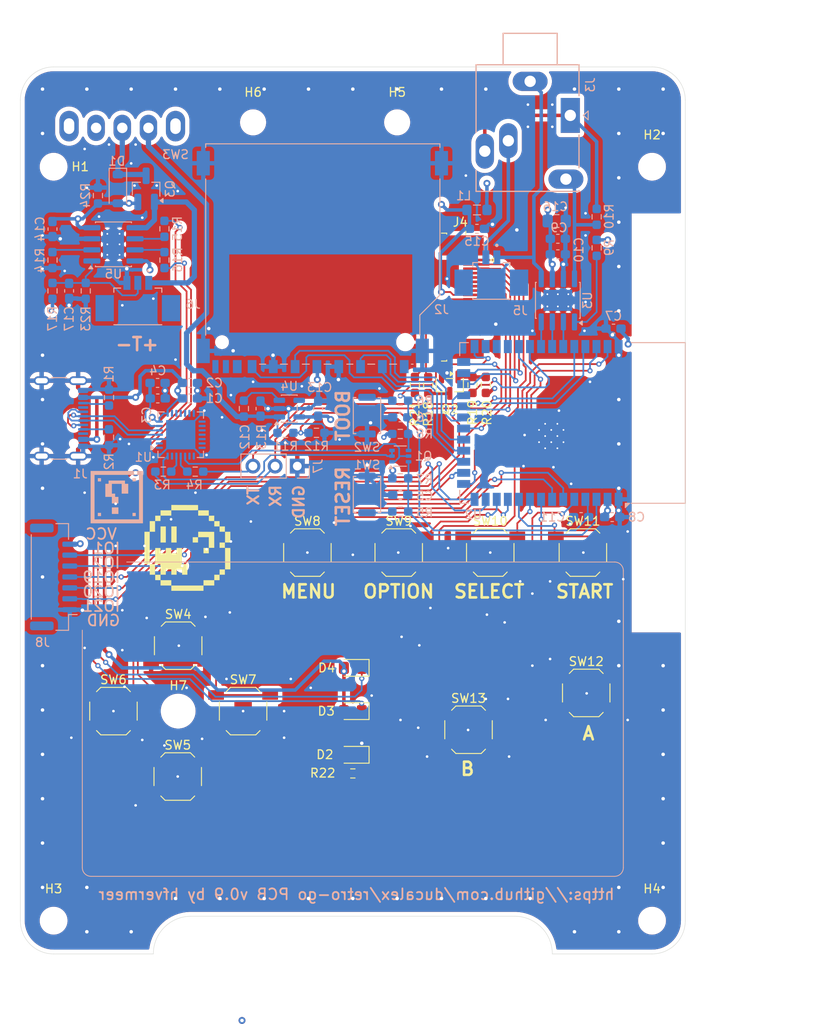
<source format=kicad_pcb>
(kicad_pcb (version 20241229) (generator "pcbnew") (generator_version "9.0")
  (layers (0 "F.Cu" signal) (4 "In1.Cu" signal) (6 "In2.Cu" signal) (2 "B.Cu" signal) (13 "F.Paste" user) (15 "B.Paste" user) (5 "F.SilkS" user "F.Silkscreen") (7 "B.SilkS" user "B.Silkscreen") (1 "F.Mask" user) (3 "B.Mask" user) (25 "Edge.Cuts" user))
  (net 0 "")
  (net 1 "/EN")
  (net 4 "GND")
  (net 8 "VBUS")
  (net 18 "Net-(U1-VDD)")
  (net 23 "/RTS")
  (net 24 "/DTR")
  (net 25 "Net-(U1-RXD)")
  (net 26 "Net-(U1-TXD)")
  (net 30 "Net-(U1-D-)")
  (net 31 "/VBAT_LOAD")
  (net 32 "Net-(J1-CC2)")
  (net 33 "Net-(U1-D+)")
  (net 34 "Net-(J1-CC1)")
  (net 37 "/TXD")
  (net 38 "/RXD")
  (net 39 "VCC")
  (net 40 "/IO2")
  (net 41 "/IO21")
  (net 42 "/VBAT_SENSE")
  (net 43 "/BOOT")
  (net 44 "/IO19")
  (net 45 "/IO20")
  (net 46 "/IO1")
  (net 57 "/VBAT")
  (net 59 "Net-(U3-CTRL)")
  (net 60 "/HJ+")
  (net 61 "/SPK+")
  (net 62 "/AUDIO+")
  (net 63 "/VBAT_ON")
  (net 64 "Net-(U4-CE)")
  (net 66 "Net-(U5-PROG)")
  (net 67 "Net-(U5-~{STDBY})")
  (net 68 "Net-(U5-~{CHRG})")
  (net 69 "/AUDIO-")
  (net 70 "Net-(R5-Pad2)")
  (net 71 "Net-(R6-Pad2)")
  (net 72 "/TFT_LEDK")
  (net 73 "/TFT_RST")
  (net 74 "/TFT_CS")
  (net 75 "/TFT_SDO")
  (net 76 "/TFT_LEDA")
  (net 77 "/TFT_SCL")
  (net 78 "/TFT_SDI")
  (net 79 "/TFT_DC")
  (net 80 "Net-(Q2-C)")
  (net 81 "Net-(Q2-B)")
  (net 82 "/TFT_LED")
  (net 83 "/AMP_DATA")
  (net 84 "/AMP_LRCLK")
  (net 85 "/AMP_BCLK")
  (net 86 "/SD_CMD")
  (net 87 "/SD_CD")
  (net 88 "/SD_DAT")
  (net 89 "/SD_CLK")
  (net 90 "/LED_STATUS")
  (net 91 "/KEY_B")
  (net 92 "/KEY_OPTION")
  (net 93 "/KEY_SELECT")
  (net 94 "/KEY_RIGHT")
  (net 95 "/KEY_MENU")
  (net 96 "/KEY_START")
  (net 97 "/KEY_UP")
  (net 98 "/KEY_A")
  (net 99 "/KEY_DOWN")
  (net 100 "/KEY_LEFT")
  (net 101 "Net-(D2-A)")
  (net 102 "Net-(D3-K)")
  (net 103 "Net-(D4-K)")
  (net 104 "VAA")
  (net 105 "/Temp")
  (footprint "Package_TO_SOT_SMD:SOT-23" (layer "F.Cu") (at 74.61 87.249 -90)
    (property "Reference" "Q2")
    (property "Value" "SS8050")
  )
  (footprint "Resistor_SMD:R_0603_1608Metric_Pad0.98x0.95mm_HandSolder" (layer "F.Cu") (at 77.216 87.2255 90)
    (property "Reference" "R19")
    (property "Value" "1K")
  )
  (footprint "Button_Switch_SMD:SW_SPST_SKQG_WithStem" (layer "F.Cu") (at 58.293 106.426)
    (property "Reference" "SW8")
    (property "Value" "MENU")
  )
  (footprint "Button_Switch_SMD:SW_SPST_SKQG_WithStem" (layer "F.Cu") (at 90.2462 122.5042)
    (property "Reference" "SW12")
    (property "Value" "A")
  )
  (footprint "Button_Switch_SMD:SW_SPST_SKQG_WithStem" (layer "F.Cu") (at 79.248 106.426)
    (property "Reference" "SW10")
    (property "Value" "SELECT")
  )
  (footprint "LOGO" (layer "F.Cu") (at 43.307 106.807)
    (property "Reference" "G***" (hide yes))
    (property "Value" "LOGO" (hide yes))
  )
  (footprint "MountingHole:MountingHole_2.7mm_M2.5" (layer "F.Cu") (at 29.21 148.59)
    (property "Reference" "H3")
    (property "Value" "MountingHole")
  )
  (footprint "LED_SMD:LED_0805_2012Metric_Pad1.15x1.40mm_HandSolder" (layer "F.Cu") (at 63.5 129.5908 180)
    (property "Reference" "D2")
    (property "Value" "RED")
  )
  (footprint "LED_SMD:LED_0805_2012Metric_Pad1.15x1.40mm_HandSolder" (layer "F.Cu") (at 63.5 119.634 180)
    (property "Reference" "D4")
    (property "Value" "ORANGE")
  )
  (footprint "MountingHole:MountingHole_2.7mm_M2.5" (layer "F.Cu") (at 29.21 62.23)
    (property "Reference" "H1")
    (property "Value" "MountingHole")
  )
  (footprint "Button_Switch_SMD:SW_SPST_SKQG_WithStem" (layer "F.Cu") (at 43.434 132.08)
    (property "Reference" "SW5")
    (property "Value" "DOWN")
  )
  (footprint "MountingHole:MountingHole_2.7mm_M2.5" (layer "F.Cu") (at 97.79 148.59)
    (property "Reference" "H4")
    (property "Value" "MountingHole")
  )
  (footprint "Button_Switch_SMD:SW_SPST_SKQG_WithStem" (layer "F.Cu") (at 36.068 124.587)
    (property "Reference" "SW6")
    (property "Value" "LEFT")
  )
  (footprint "Button_Switch_SMD:SW_SPST_SKQG_WithStem" (layer "F.Cu") (at 68.759 106.426)
    (property "Reference" "SW9")
    (property "Value" "OPTION")
  )
  (footprint "Button_Switch_SMD:SW_SPST_SKQG_WithStem" (layer "F.Cu") (at 76.7588 126.7206)
    (property "Reference" "SW13")
    (property "Value" "B")
  )
  (footprint "LED_SMD:LED_0805_2012Metric_Pad1.15x1.40mm_HandSolder" (layer "F.Cu") (at 63.5 124.587 180)
    (property "Reference" "D3")
    (property "Value" "GREEN")
  )
  (footprint "Button_Switch_SMD:SW_SPST_SKQG_WithStem" (layer "F.Cu") (at 43.4848 117.094)
    (property "Reference" "SW4")
    (property "Value" "UP")
  )
  (footprint "MountingHole:MountingHole_2.5mm" (layer "F.Cu") (at 52.07 57.15)
    (property "Reference" "H6")
    (property "Value" "MountingHole")
  )
  (footprint "MountingHole:MountingHole_2.5mm" (layer "F.Cu") (at 68.58 57.15)
    (property "Reference" "H5")
    (property "Value" "MountingHole")
  )
  (footprint "Button_Switch_SMD:SW_SPST_SKQG_WithStem" (layer "F.Cu") (at 89.864 106.426)
    (property "Reference" "SW11")
    (property "Value" "START")
  )
  (footprint "Button_Switch_SMD:SW_SPST_SKQG_WithStem" (layer "F.Cu") (at 50.927 124.587)
    (property "Reference" "SW7")
    (property "Value" "RIGHT")
  )
  (footprint "Resistor_SMD:R_0603_1608Metric_Pad0.98x0.95mm_HandSolder" (layer "F.Cu") (at 70.612 87.2255 90)
    (property "Reference" "R21")
    (property "Value" "10R")
  )
  (footprint "Resistor_SMD:R_0603_1608Metric_Pad0.98x0.95mm_HandSolder" (layer "F.Cu") (at 78.74 87.2255 -90)
    (property "Reference" "R20")
    (property "Value" "10K")
  )
  (footprint "Resistor_SMD:R_0603_1608Metric_Pad0.98x0.95mm_HandSolder" (layer "F.Cu") (at 63.5 131.7244 180)
    (property "Reference" "R22")
    (property "Value" "1K")
  )
  (footprint "MountingHole:MountingHole_2.7mm_M2.5" (layer "F.Cu") (at 97.79 62.23)
    (property "Reference" "H2")
    (property "Value" "MountingHole")
  )
  (footprint "MountingHole:MountingHole_3.5mm" (layer "F.Cu") (at 43.4848 124.587)
    (property "Reference" "H7")
    (property "Value" "MountingHole")
  )
  (footprint "Resistor_SMD:R_0603_1608Metric_Pad0.98x0.95mm_HandSolder" (layer "F.Cu") (at 72.136 87.249 90)
    (property "Reference" "R18")
    (property "Value" "0")
  )
  (footprint "Connector_FFC-FPC:TE_1-1734839-8_1x18-1MP_P0.5mm_Horizontal" (layer "F.Cu") (at 77.216 77.1652 -90)
    (property "Reference" "J4")
    (property "Value" "Conn_01x18")
  )
  (footprint "LOGO" (layer "F.Cu") (at 86.995 134.62)
    (property "Reference" "G***" (hide yes))
    (property "Value" "LOGO" (hide yes))
  )
  (footprint "Button_Switch_SMD:SW_Push_SPST_NO_Alps_SKRK" (layer "B.Cu") (at 65.1245 90.737 -90)
    (property "Reference" "SW2")
    (property "Value" "BOOT")
  )
  (footprint "Connector_PinHeader_2.54mm:PinHeader_1x03_P2.54mm_Vertical" (layer "B.Cu") (at 57.135 96.52 90)
    (property "Reference" "J7")
    (property "Value" "Conn_01x03")
  )
  (footprint "Resistor_SMD:R_0603_1608Metric_Pad0.98x0.95mm_HandSolder" (layer "B.Cu") (at 29.083 72.9215 -90)
    (property "Reference" "R14")
    (property "Value" "1.5K")
  )
  (footprint "Capacitor_SMD:C_0603_1608Metric_Pad1.08x0.95mm_HandSolder" (layer "B.Cu") (at 52.92 89.9395 -90)
    (property "Reference" "C12")
    (property "Value" "10uf")
  )
  (footprint "Capacitor_SMD:C_0603_1608Metric_Pad1.08x0.95mm_HandSolder" (layer "B.Cu") (at 77.724 69.342)
    (property "Reference" "C15")
    (property "Value" "100nf")
  )
  (footprint "Capacitor_SMD:C_0603_1608Metric_Pad1.08x0.95mm_HandSolder" (layer "B.Cu") (at 86.995 70.485)
    (property "Reference" "C9")
    (property "Value" "1uf")
  )
  (footprint "Button_Switch_SMD:SW_Push_SPST_NO_Alps_SKRK" (layer "B.Cu") (at 65.1245 99.763 90)
    (property "Reference" "SW1")
    (property "Value" "RESET")
  )
  (footprint "Resistor_SMD:R_0603_1608Metric_Pad0.98x0.95mm_HandSolder" (layer "B.Cu") (at 41.91 72.9215 90)
    (property "Reference" "R16")
    (property "Value" "1k")
  )
  (footprint "Capacitor_SMD:C_0603_1608Metric_Pad1.08x0.95mm_HandSolder" (layer "B.Cu") (at 68.9345 90.932 180)
    (property "Reference" "C6")
    (property "Value" "100nf")
  )
  (footprint "Package_DFN_QFN:QFN-28-1EP_5x5mm_P0.5mm_EP3.35x3.35mm" (layer "B.Cu") (at 43.778 92.927)
    (property "Reference" "U1")
    (property "Value" "CP2102N-Axx-xQFN28")
  )
  (footprint "Capacitor_SMD:C_0603_1608Metric_Pad1.08x0.95mm_HandSolder" (layer "B.Cu") (at 86.995 72.263)
    (property "Reference" "C10")
    (property "Value" "100nf")
  )
  (footprint "Package_TO_SOT_SMD:SOT-363_SC-70-6" (layer "B.Cu") (at 68.9345 95.377)
    (property "Reference" "Q1")
    (property "Value" "UMH3N")
  )
  (footprint "Resistor_SMD:R_0603_1608Metric_Pad0.98x0.95mm_HandSolder" (layer "B.Cu") (at 34.29 65.532 -90)
    (property "Reference" "R24")
    (property "Value" "100K")
  )
  (footprint "LOGO" (layer "B.Cu") (at 36.449 100.076 180)
    (property "Reference" "G***" (hide yes))
    (property "Value" "LOGO" (hide yes))
  )
  (footprint "Resistor_SMD:R_0603_1608Metric_Pad0.98x0.95mm_HandSolder" (layer "B.Cu") (at 68.9345 89.027 180)
    (property "Reference" "R6")
    (property "Value" "220")
  )
  (footprint "Resistor_SMD:R_0603_1608Metric_Pad0.98x0.95mm_HandSolder" (layer "B.Cu") (at 68.9345 97.917 180)
    (property "Reference" "R7")
    (property "Value" "10k")
  )
  (footprint "Capacitor_SMD:C_0603_1608Metric_Pad1.08x0.95mm_HandSolder" (layer "B.Cu") (at 30.988 76.454 90)
    (property "Reference" "C17")
    (property "Value" "100nf")
  )
  (footprint "Connector_USB:USB_C_Receptacle_GCT_USB4105-xx-A_16P_TopMnt_Horizontal" (layer "B.Cu") (at 28.9153 91.057 90)
    (property "Reference" "J1")
    (property "Value" "USB_C_Receptacle_USB2.0_16P")
  )
  (footprint "Capacitor_SMD:C_0603_1608Metric_Pad1.08x0.95mm_HandSolder" (layer "B.Cu") (at 44.831 86.995)
    (property "Reference" "C2")
    (property "Value" "10uf")
  )
  (footprint "Resistor_SMD:R_0603_1608Metric_Pad0.98x0.95mm_HandSolder" (layer "B.Cu") (at 55.7765 92.71)
    (property "Reference" "R11")
    (property "Value" "100K")
  )
  (footprint "AMPHENOL_10114830-10103LF:AMPHENOL_10114830-10103LF" (layer "B.Cu") (at 38.862 78.232 180)
    (property "Reference" "J6")
    (property "Value" "Conn_01x03")
  )
  (footprint "Resistor_SMD:R_0603_1608Metric_Pad0.98x0.95mm_HandSolder" (layer "B.Cu") (at 41.783 97.155 180)
    (property "Reference" "R3")
    (property "Value" "470")
  )
  (footprint "Resistor_SMD:R_0603_1608Metric_Pad0.98x0.95mm_HandSolder" (layer "B.Cu") (at 59.3325 92.71)
    (property "Reference" "R12")
    (property "Value" "100K")
  )
  (footprint "Capacitor_SMD:C_0603_1608Metric_Pad1.08x0.95mm_HandSolder" (layer "B.Cu") (at 41.1245 86.995)
    (property "Reference" "C4")
    (property "Value" "100nf")
  )
  (footprint "Resistor_SMD:R_0603_1608Metric_Pad0.98x0.95mm_HandSolder" (layer "B.Cu") (at 91.44 71.5245 -90)
    (property "Reference" "R9")
    (property "Value" "10k")
  )
  (footprint "Resistor_SMD:R_0603_1608Metric_Pad0.98x0.95mm_HandSolder" (layer "B.Cu") (at 29.083 76.454 -90)
    (property "Reference" "R17")
    (property "Value" "15k")
  )
  (footprint "Resistor_SMD:R_0603_1608Metric_Pad0.98x0.95mm_HandSolder" (layer "B.Cu") (at 35.56 88.6695 90)
    (property "Reference" "R1")
    (property "Value" "5.1k")
  )
  (footprint "Resistor_SMD:R_0603_1608Metric_Pad0.98x0.95mm_HandSolder" (layer "B.Cu") (at 51.015 89.9395 90)
    (property "Reference" "R13")
    (property "Value" "10k")
  )
  (footprint "Resistor_SMD:R_0603_1608Metric_Pad0.98x0.95mm_HandSolder" (layer "B.Cu") (at 91.44 67.9685 -90)
    (property "Reference" "R10")
    (property "Value" "470")
  )
  (footprint "Connector_Card:SD_TE_2041021" (layer "B.Cu") (at 60.01 73.152)
    (property "Reference" "J2")
    (property "Value" "SD_Card_Receptacle")
  )
  (footprint "Resistor_SMD:R_0603_1608Metric_Pad0.98x0.95mm_HandSolder" (layer "B.Cu") (at 45.4425 97.155)
    (property "Reference" "R4")
    (property "Value" "470")
  )
  (footprint "Capacitor_SMD:C_0603_1608Metric_Pad1.08x0.95mm_HandSolder" (layer "B.Cu") (at 44.831 88.773)
    (property "Reference" "C1")
    (property "Value" "100nf")
  )
  (footprint "Diode_SMD:D_SOD-123" (layer "B.Cu") (at 36.576 64.77 -90)
    (property "Reference" "D1")
    (property "Value" "CRS08")
  )
  (footprint "Package_TO_SOT_SMD:SOT-23-5" (layer "B.Cu") (at 56.2165 89.9395)
    (property "Reference" "U4")
    (property "Value" "XC6210B332MR")
  )
  (footprint "Inductor_SMD:L_0805_2012Metric_Pad1.05x1.20mm_HandSolder" (layer "B.Cu") (at 77.724 67.183 180)
    (property "Reference" "L1")
    (property "Value" "L_Small")
  )
  (footprint "Capacitor_SMD:C_0603_1608Metric_Pad1.08x0.95mm_HandSolder" (layer "B.Cu") (at 41.148 88.773)
    (property "Reference" "C3")
    (property "Value" "10uf")
  )
  (footprint "LOGO" (layer "B.Cu") (at 94.996 56.388 180)
    (property "Reference" "G***" (hide yes))
    (property "Value" "LOGO" (hide yes))
  )
  (footprint "Resistor_SMD:R_0603_1608Metric_Pad0.98x0.95mm_HandSolder" (layer "B.Cu") (at 32.893 76.454 90)
    (property "Reference" "R23")
    (property "Value" "0R")
  )
  (footprint "Resistor_SMD:R_0603_1608Metric_Pad0.98x0.95mm_HandSolder" (layer "B.Cu") (at 35.56 93.218 -90)
    (property "Reference" "R2")
    (property "Value" "5.1k")
  )
  (footprint "AMPHENOL_10114830-10102LF:AMPHENOL_10114830-10102LF" (layer "B.Cu") (at 79.375 75.311 180)
    (property "Reference" "J5")
    (property "Value" "Conn_01x02")
  )
  (footprint "Resistor_SMD:R_0603_1608Metric_Pad0.98x0.95mm_HandSolder" (layer "B.Cu") (at 68.9345 92.837 180)
    (property "Reference" "R8")
    (property "Value" "10k")
  )
  (footprint "Capacitor_SMD:C_0603_1608Metric_Pad1.08x0.95mm_HandSolder" (layer "B.Cu") (at 68.9345 99.822 180)
    (property "Reference" "C5")
    (property "Value" "100nf")
  )
  (footprint "Package_TO_SOT_SMD:SOT-23_Handsoldering" (layer "B.Cu") (at 39.812 64.77 90)
    (property "Reference" "Q3")
    (property "Value" "PMOS")
  )
  (footprint "Capacitor_SMD:C_0603_1608Metric_Pad1.08x0.95mm_HandSolder" (layer "B.Cu") (at 89.662 102.362 180)
    (property "Reference" "C11")
    (property "Value" "100nf")
  )
  (footprint "Package_SO:SOIC-8-1EP_3.9x4.9mm_P1.27mm_EP2.41x3.3mm_ThermalVias" (layer "B.Cu") (at 86.995 77.535 90)
    (property "Reference" "U3")
    (property "Value" "~")
  )
  (footprint "Capacitor_SMD:C_0805_2012Metric_Pad1.18x1.45mm_HandSolder" (layer "B.Cu") (at 86.868 68.453)
    (property "Reference" "C16")
    (property "Value" "10uf")
  )
  (footprint "Capacitor_SMD:C_0603_1608Metric_Pad1.08x0.95mm_HandSolder" (layer "B.Cu") (at 93.218 102.362)
    (property "Reference" "C8")
    (property "Value" "100nf")
  )
  (footprint "Capacitor_SMD:C_0603_1608Metric_Pad1.08x0.95mm_HandSolder" (layer "B.Cu") (at 93.3715 80.772 180)
    (property "Reference" "C7")
    (property "Value" "10uf")
  )
  (footprint "Connector_JST:JST_GH_SM07B-GHS-TB_1x07-1MP_P1.25mm_Horizontal" (layer "B.Cu") (at 29.21 109.22 90)
    (property "Reference" "J8")
    (property "Value" "Conn_01x07")
  )
  (footprint "Connector_Audio:Jack_3.5mm_Ledino_KB3SPRS_Horizontal" (layer "B.Cu") (at 88.42 56.351 -90)
    (property "Reference" "J3")
    (property "Value" "AudioJack3_SwitchTR")
  )
  (footprint "Capacitor_SMD:C_0603_1608Metric_Pad1.08x0.95mm_HandSolder" (layer "B.Cu") (at 29.083 69.3685 -90)
    (property "Reference" "C14")
    (property "Value" "100nf")
  )
  (footprint "Capacitor_SMD:C_0603_1608Metric_Pad1.08x0.95mm_HandSolder" (layer "B.Cu") (at 59.524 89.9395 90)
    (property "Reference" "C13")
    (property "Value" "10uf")
  )
  (footprint "Resistor_SMD:R_0603_1608Metric_Pad0.98x0.95mm_HandSolder" (layer "B.Cu") (at 68.9345 101.727 180)
    (property "Reference" "R5")
    (property "Value" "220")
  )
  (footprint "Resistor_SMD:R_0603_1608Metric_Pad0.98x0.95mm_HandSolder" (layer "B.Cu") (at 41.91 69.342 90)
    (property "Reference" "R15")
    (property "Value" "5.1k")
  )
  (footprint "Button_Switch_THT:SW_Slide_SPDT_Angled_CK_OS102011MA1Q" (layer "B.Cu") (at 34.08 57.7815)
    (property "Reference" "SW3")
    (property "Value" "KH-SS12F23-G6")
  )
  (footprint "Package_SO:SOIC-8-1EP_3.9x4.9mm_P1.27mm_EP2.41x3.3mm_ThermalVias" (layer "B.Cu") (at 36.068 71.12)
    (property "Reference" "U5")
    (property "Value" "TP4056")
  )
  (footprint "RF_Module:ESP32-S3-WROOM-1" (layer "B.Cu") (at 88.7 91.58 90)
    (property "Reference" "U2")
    (property "Value" "ESP32-S3-WROOM-1")
  )
  (gr_arc (start 33.5 143.51) (mid 32.792893 143.217107) (end 32.5 142.51) (stroke (width 0.1)) (layer "B.SilkS"))
  (gr_arc (start 94.5 142.51) (mid 94.207107 143.217107) (end 93.5 143.51) (stroke (width 0.1)) (layer "B.SilkS"))
  (gr_line (start 94.5 108.51) (end 94.5 142.51) (stroke (width 0.1)) (layer "B.SilkS"))
  (gr_line (start 32.5 142.51) (end 32.5 115.316) (stroke (width 0.1)) (layer "B.SilkS"))
  (gr_arc (start 93.5 107.51) (mid 94.207107 107.802893) (end 94.5 108.51) (stroke (width 0.1)) (layer "B.SilkS"))
  (gr_line (start 37.592 107.51) (end 93.5 107.51) (stroke (width 0.1)) (layer "B.SilkS"))
  (gr_line (start 93.5 143.51) (end 33.5 143.51) (stroke (width 0.1)) (layer "B.SilkS"))
  (gr_line (start 40.64 152.4) (end 29.21 152.4) (stroke (width 0.05)) (layer "Edge.Cuts"))
  (gr_line (start 25.4 148.59) (end 25.4 54.61) (stroke (width 0.05)) (layer "Edge.Cuts"))
  (gr_line (start 97.79 152.4) (end 86.36 152.4) (stroke (width 0.05)) (layer "Edge.Cuts"))
  (gr_arc (start 97.79 50.8) (mid 100.484077 51.915923) (end 101.6 54.61) (stroke (width 0.05)) (layer "Edge.Cuts"))
  (gr_arc (start 25.4 54.61) (mid 26.515923 51.915923) (end 29.21 50.8) (stroke (width 0.05)) (layer "Edge.Cuts"))
  (gr_line (start 82.042 148.082) (end 44.958 148.082) (stroke (width 0.05)) (layer "Edge.Cuts"))
  (gr_arc (start 82.042 148.082) (mid 85.095287 149.346713) (end 86.36 152.4) (stroke (width 0.05)) (layer "Edge.Cuts"))
  (gr_arc (start 40.64 152.4) (mid 41.904713 149.346713) (end 44.958 148.082) (stroke (width 0.05)) (layer "Edge.Cuts"))
  (gr_arc (start 101.6 148.59) (mid 100.484077 151.284077) (end 97.79 152.4) (stroke (width 0.05)) (layer "Edge.Cuts"))
  (gr_line (start 101.6 54.61) (end 101.6 148.59) (stroke (width 0.05)) (layer "Edge.Cuts"))
  (gr_arc (start 29.21 152.4) (mid 26.515923 151.284077) (end 25.4 148.59) (stroke (width 0.05)) (layer "Edge.Cuts"))
  (gr_line (start 29.21 50.8) (end 97.79 50.8) (stroke (width 0.05)) (layer "Edge.Cuts"))
  (gr_text "A" (at 89.662 128.016 0) (layer "F.SilkS") (effects (font (size 1.5 1.5) (thickness 0.3) (bold yes)) (justify left bottom)))
  (gr_text "START" (at 86.614 111.76 0) (layer "F.SilkS") (effects (font (size 1.5 1.5) (thickness 0.3) (bold yes)) (justify left bottom)))
  (gr_text "B" (at 75.692 132.08 0) (layer "F.SilkS") (effects (font (size 1.5 1.5) (thickness 0.3) (bold yes)) (justify left bottom)))
  (gr_text "MENU" (at 55.118 111.76 0) (layer "F.SilkS") (effects (font (size 1.5 1.5) (thickness 0.3) (bold yes)) (justify left bottom)))
  (gr_text "OPTION" (at 64.516 111.76 0) (layer "F.SilkS") (effects (font (size 1.5 1.5) (thickness 0.3) (bold yes)) (justify left bottom)))
  (gr_text "SELECT" (at 74.93 111.76 0) (layer "F.SilkS") (effects (font (size 1.5 1.5) (thickness 0.3) (bold yes)) (justify left bottom)))
  (gr_text "IO19" (at 36.957 109.982 -0) (layer "B.SilkS") (effects (font (size 1.25 1.25) (thickness 0.2)) (justify left bottom mirror)))
  (gr_text "TX" (at 52.832 98.679 90) (layer "B.SilkS") (effects (font (size 1.25 1.25) (thickness 0.25) (bold yes)) (justify left bottom mirror)))
  (gr_text "GND" (at 36.957 114.935 -0) (layer "B.SilkS") (effects (font (size 1.25 1.25) (thickness 0.2)) (justify left bottom mirror)))
  (gr_text "RX" (at 55.372 98.552 90) (layer "B.SilkS") (effects (font (size 1.25 1.25) (thickness 0.25) (bold yes)) (justify left bottom mirror)))
  (gr_text "IO21" (at 36.957 113.284 -0) (layer "B.SilkS") (effects (font (size 1.25 1.25) (thickness 0.2)) (justify left bottom mirror)))
  (gr_text "VCC" (at 36.576 105.029 0) (layer "B.SilkS") (effects (font (size 1.25 1.25) (thickness 0.2)) (justify left bottom mirror)))
  (gr_text "https://github.com/ducalex/retro-go PCB v0.9 by hfvermeer" (at 93.599 146.304 0) (layer "B.SilkS") (effects (font (size 1.25 1.25) (thickness 0.2)) (justify left bottom mirror)))
  (gr_text "+T-" (at 41.402 83.439 0) (layer "B.SilkS") (effects (font (size 1.5 1.5) (thickness 0.3) (bold yes)) (justify left bottom mirror)))
  (gr_text "IO1" (at 36.957 106.68 -0) (layer "B.SilkS") (effects (font (size 1.25 1.25) (thickness 0.2)) (justify left bottom mirror)))
  (gr_text "GND" (at 58.039 98.552 90) (layer "B.SilkS") (effects (font (size 1.25 1.25) (thickness 0.25) (bold yes)) (justify left bottom mirror)))
  (gr_text "RESET" (at 63.246 96.393 90) (layer "B.SilkS") (effects (font (size 1.5 1.5) (thickness 0.3) (bold yes)) (justify left bottom mirror)))
  (gr_text "IO2" (at 36.957 108.331 -0) (layer "B.SilkS") (effects (font (size 1.25 1.25) (thickness 0.2)) (justify left bottom mirror)))
  (gr_text "IO20" (at 36.957 111.633 -0) (layer "B.SilkS") (effects (font (size 1.25 1.25) (thickness 0.2)) (justify left bottom mirror)))
  (gr_text "BOOT" (at 63.246 87.63 90) (layer "B.SilkS") (effects (font (size 1.5 1.5) (thickness 0.3) (bold yes)) (justify left bottom mirror)))
  (via (at 50.8 160.02) (size 0.8) (drill 0.4) (layers "F.Cu" "B.Cu") (net 0))
  (segment (start 69.8845 96.027) (end 69.8845 97.8795) (width 0.2) (layer "B.Cu") (net 1))
  (segment (start 91.42 100.33) (end 91.42 102.772134) (width 0.2) (layer "B.Cu") (net 1))
  (segment (start 69.847 99.772) (end 69.797 99.822) (width 0.2) (layer "B.Cu") (net 1))
  (segment (start 72.514 104.394) (end 69.847 101.727) (width 0.2) (layer "B.Cu") (net 1))
  (segment (start 69.847 97.917) (end 69.847 99.772) (width 0.2) (layer "B.Cu") (net 1))
  (segment (start 69.8845 97.8795) (end 69.847 97.917) (width 0.2) (layer "B.Cu") (net 1))
  (segment (start 69.847 101.727) (end 69.847 99.822) (width 0.2) (layer "B.Cu") (net 1))
  (segment (start 89.798134 104.394) (end 72.514 104.394) (width 0.2) (layer "B.Cu") (net 1))
  (segment (start 91.42 102.772134) (end 89.798134 104.394) (width 0.2) (layer "B.Cu") (net 1))
  (segment (start 79.4848 72.9152) (end 77.648 72.9152) (width 0.2) (layer "F.Cu") (net 4))
  (segment (start 79.883 71.628) (end 79.883 72.517) (width 0.2) (layer "F.Cu") (net 4))
  (segment (start 75.6748 72.9152) (end 77.648 72.9152) (width 0.2) (layer "F.Cu") (net 4))
  (segment (start 79.883 72.517) (end 79.4848 72.9152) (width 0.2) (layer "F.Cu") (net 4))
  (segment (start 74.295 85.852) (end 74.1195 85.852) (width 0.4) (layer "F.Cu") (net 4))
  (segment (start 64.525 128.27) (end 64.525 129.37938) (width 0.4) (layer "F.Cu") (net 4))
  (segment (start 74.549 75.692) (end 75.184 75.692) (width 0.2) (layer "F.Cu") (net 4))
  (segment (start 75.2475 73.3425) (end 75.6748 72.9152) (width 0.2) (layer "F.Cu") (net 4))
  (segment (start 64.525 129.37938) (end 64.41929 129.48509) (width 0.4) (layer "F.Cu") (net 4))
  (segment (start 79.4632 76.4152) (end 77.648 76.4152) (width 0.2) (layer "F.Cu") (net 4))
  (segment (start 79.883 80.264) (end 79.883 76.835) (width 0.2) (layer "F.Cu") (net 4))
  (segment (start 75.9072 76.4152) (end 77.648 76.4152) (width 0.2) (layer "F.Cu") (net 4))
  (segment (start 82.042 69.469) (end 79.883 71.628) (width 0.2) (layer "F.Cu") (net 4))
  (segment (start 79.883 76.835) (end 79.4632 76.4152) (width 0.2) (layer "F.Cu") (net 4))
  (segment (start 75.184 75.692) (end 75.9072 76.4152) (width 0.2) (layer "F.Cu") (net 4))
  (segment (start 74.295 75.057) (end 74.295 75.438) (width 0.2) (layer "F.Cu") (net 4))
  (segment (start 74.1195 85.852) (end 73.66 86.3115) (width 0.4) (layer "F.Cu") (net 4))
  (segment (start 82.296 69.469) (end 82.042 69.469) (width 0.2) (layer "F.Cu") (net 4))
  (segment (start 74.295 75.438) (end 74.549 75.692) (width 0.2) (layer "F.Cu") (net 4))
  (via (at 70.993 126.492) (size 0.6) (drill 0.3) (layers "F.Cu" "B.Cu") (net 4))
  (via (at 93.98 119.38) (size 0.8) (drill 0.4) (layers "F.Cu" "B.Cu") (net 4))
  (via (at 73.66 53.34) (size 0.8) (drill 0.4) (layers "F.Cu" "B.Cu") (net 4))
  (via (at 93.98 93.98) (size 0.8) (drill 0.4) (layers "F.Cu" "B.Cu") (net 4))
  (via (at 79.502 68.834) (size 0.8) (drill 0.4) (layers "F.Cu" "B.Cu") (net 4))
  (via (at 76.708 126.746) (size 0.6) (drill 0.3) (layers "F.Cu" "B.Cu") (net 4))
  (via (at 57.658 87.376) (size 0.6) (drill 0.3) (layers "F.Cu" "B.Cu") (net 4))
  (via (at 36.322 100.838) (size 0.6) (drill 0.3) (layers "F.Cu" "B.Cu") (net 4))
  (via (at 50.927 124.587) (size 0.6) (drill 0.3) (layers "F.Cu" "B.Cu") (net 4))
  (via (at 27.94 144.78) (size 0.8) (drill 0.4) (layers "F.Cu" "B.Cu") (net 4))
  (via (at 71.12 117.050529) (size 0.6) (drill 0.3) (layers "F.Cu" "B.Cu") (net 4))
  (via (at 73.66 146.05) (size 0.8) (drill 0.4) (layers "F.Cu" "B.Cu") (net 4))
  (via (at 39.878 113.919) (size 0.6) (drill 0.3) (layers "F.Cu" "B.Cu") (net 4))
  (via (at 65.659 122.809) (size 0.6) (drill 0.3) (layers "F.Cu" "B.Cu") (net 4))
  (via (at 70.104 103.378) (size 0.6) (drill 0.3) (layers "F.Cu" "B.Cu") (net 4))
  (via (at 90.17 77.724) (size 0.6) (drill 0.3) (layers "F.Cu" "B.Cu") (net 4))
  (via (at 86.36 55.118) (size 0.6) (drill 0.3) (layers "F.Cu" "B.Cu") (net 4))
  (via (at 53.34 53.34) (size 0.8) (drill 0.4) (layers "F.Cu" "B.Cu") (net 4))
  (via (at 81.407 129.794) (size 0.6) (drill 0.3) (layers "F.Cu" "B.Cu") (net 4))
  (via (at 32.766 99.568) (size 0.6) (drill 0.3) (layers "F.Cu" "B.Cu") (net 4))
  (via (at 93.98 68.58) (size 0.8) (drill 0.4) (layers "F.Cu" "B.Cu") (net 4))
  (via (at 27.94 70.104) (size 0.6) (drill 0.3) (layers "F.Cu" "B.Cu") (net 4))
  (via (at 90.297 122.555) (size 0.6) (drill 0.3) (layers "F.Cu" "B.Cu") (net 4))
  (via (at 93.98 63.5) (size 0.8) (drill 0.4) (layers "F.Cu" "B.Cu") (net 4))
  (via (at 93.98 53.34) (size 0.8) (drill 0.4) (layers "F.Cu" "B.Cu") (net 4))
  (via (at 37.592 73.914) (size 0.8) (drill 0.4) (layers "F.Cu" "B.Cu") (net 4))
  (via (at 46.736 106.045) (size 0.6) (drill 0.3) (layers "F.Cu" "B.Cu") (net 4))
  (via (at 93.98 88.9) (size 0.8) (drill 0.4) (layers "F.Cu" "B.Cu") (net 4))
  (via (at 76.454 63.246) (size 0.6) (drill 0.3) (layers "F.Cu" "B.Cu") (net 4))
  (via (at 38.1 61.849) (size 0.6) (drill 0.3) (layers "F.Cu" "B.Cu") (net 4))
  (via (at 61.341 102.997) (size 0.6) (drill 0.3) (layers "F.Cu" "B.Cu") (net 4))
  (via (at 68.961 125.603) (size 0.6) (drill 0.3) (layers "F.Cu" "B.Cu") (net 4))
  (via (at 55.753 93.853) (size 0.6) (drill 0.3) (layers "F.Cu" "B.Cu") (net 4))
  (via (at 69.088 116.078) (size 0.6) (drill 0.3) (layers "F.Cu" "B.Cu") (net 4))
  (via (at 88.9 149.86) (size 0.8) (drill 0.4) (layers "F.Cu" "B.Cu") (net 4))
  (via (at 52.07 86.868) (size 0.6) (drill 0.3) (layers "F.Cu" "B.Cu") (net 4))
  (via (at 94.488 109.474) (size 0.6) (drill 0.3) (layers "F.Cu" "B.Cu") (net 4))
  (via (at 43.434 132.08) (size 0.6) (drill 0.3) (layers "F.Cu" "B.Cu") (net 4))
  (via (at 36.83 93.427) (size 0.6) (drill 0.3) (layers "F.Cu" "B.Cu") (net 4))
  (via (at 79.248 106.426) (size 0.6) (drill 0.3) (layers "F.Cu" "B.Cu") (net 4))
  (via (at 39.37 68.072) (size 0.6) (drill 0.3) (layers "F.Cu" "B.Cu") (net 4))
  (via (at 46.736 95.25) (size 0.6) (drill 0.3) (layers "F.Cu" "B.Cu") (net 4))
  (via (at 81.28 123.19) (size 0.6) (drill 0.3) (layers "F.Cu" "B.Cu") (net 4))
  (via (at 87.884 66.929) (size 0.6) (drill 0.3) (layers "F.Cu" "B.Cu") (net 4))
  (via (at 38.1 149.86) (size 0.8) (drill 0.4) (layers "F.Cu" "B.Cu") (net 4))
  (via (at 40.64 77.343) (size 0.6) (drill 0.3) (layers "F.Cu" "B.Cu") (net 4))
  (via (at 27.94 109.22) (size 0.8) (drill 0.4) (layers "F.Cu" "B.Cu") (net 4))
  (via (at 72.009 129.794) (size 0.6) (drill 0.3) (layers "F.Cu" "B.Cu") (net 4))
  (via (at 88.519 98.552) (size 0.6) (drill 0.3) (layers "F.Cu" "B.Cu") (net 4))
  (via (at 93.96 101.6) (size 0.8) (drill 0.4) (layers "F.Cu" "B.Cu") (net 4))
  (via (at 54.356 83.82) (size 0.8) (drill 0.4) (layers "F.Cu" "B.Cu") (net 4))
  (via (at 33.02 144.78) (size 0.8) (drill 0.4) (layers "F.Cu" "B.Cu") (net 4))
  (via (at 48.26 146.05) (size 0.8) (drill 0.4) (layers "F.Cu" "B.Cu") (net 4))
  (via (at 32.766 60.198) (size 0.6) (drill 0.3) (layers "F.Cu" "B.Cu") (net 4))
  (via (at 37.338 121.793) (size 0.6) (drill 0.3) (layers "F.Cu" "B.Cu") (net 4))
  (via (at 27.94 119.38) (size 0.8) (drill 0.4) (layers "F.Cu" "B.Cu") (net 4))
  (via (at 40.64 95.504) (size 0.6) (drill 0.3) (layers "F.Cu" "B.Cu") (net 4))
  (via (at 64.525 128.27) (size 0.8) (drill 0.4) (layers "F.Cu" "B.Cu") (net 4))
  (via (at 61.976 93.472) (size 0.6) (drill 0.3) (layers "F.Cu" "B.Cu") (net 4))
  (via (at 27.94 99.06) (size 0.8) (drill 0.4) (layers "F.Cu" "B.Cu") (net 4))
  (via (at 83.058 96.52) (size 0.6) (drill 0.3) (layers "F.Cu" "B.Cu") (net 4))
  (via (at 27.94 73.914) (size 0.6) (drill 0.3) (layers "F.Cu" "B.Cu") (net 4))
  (via (at 55.626 127.635) (size 0.6) (drill 0.3) (layers "F.Cu" "B.Cu") (net 4))
  (via (at 99.06 139.7) (size 0.8) (drill 0.4) (layers "F.Cu" "B.Cu") (net 4))
  (via (at 27.94 83.82) (size 0.8) (drill 0.4) (layers "F.Cu" "B.Cu") (net 4))
  (via (at 56.134 89.9395) (size 0.8) (drill 0.4) (layers "F.Cu" "B.Cu") (net 4))
  (via (at 27.94 124.46) (size 0.8) (drill 0.4) (layers "F.Cu" "B.Cu") (net 4))
  (via (at 83.185 92.964) (size 0.6) (drill 0.3) (layers "F.Cu" "B.Cu") (net 4))
  (via (at 99.06 53.34) (size 0.8) (drill 0.4) (layers "F.Cu" "B.Cu") (net 4))
  (via (at 27.94 134.62) (size 0.8) (drill 0.4) (layers "F.Cu" "B.Cu") (net 4))
  (via (at 36.322 105.664) (size 0.6) (drill 0.3) (layers "F.Cu" "B.Cu") (net 4))
  (via (at 46.609 113.792) (size 0.6) (drill 0.3) (layers "F.Cu" "B.Cu") (net 4))
  (via (at 99.06 129.54) (size 0.8) (drill 0.4) (layers "F.Cu" "B.Cu") (net 4))
  (via (at 42.672 102.616) (size 0.6) (drill 0.3) (layers "F.Cu" "B.Cu") (net 4))
  (via (at 29.972 70.485) (size 0.8) (drill 0.4) (layers "F.Cu" "B.Cu") (net 4))
  (via (at 30.988 78.105) (size 0.8) (drill 0.4) (layers "F.Cu" "B.Cu") (net 4))
  (via (at 38.608 59.69) (size 0.6) (drill 0.3) (layers "F.Cu" "B.Cu") (net 4))
  (via (at 86.106 109.728) (size 0.6) (drill 0.3) (layers "F.Cu" "B.Cu") (net 4))
  (via (at 27.94 93.98) (size 0.8) (drill 0.4) (layers "F.Cu" "B.Cu") (net 4))
  (via (at 65.5305 91.5655) (size 0.8) (drill 0.4) (layers "F.Cu" "B.Cu") (net 4))
  (via (at 88.9 53.34) (size 0.8) (drill 0.4) (layers "F.Cu" "B.Cu") (net 4))
  (via (at 49.022 120.904) (size 0.6) (drill 0.3) (layers "F.Cu" "B.Cu") (net 4))
  (via (at 89.916 106.426) (size 0.6) (drill 0.3) (layers "F.Cu" "B.Cu") (net 4))
  (via (at 32.512 113.03) (size 0.8) (drill 0.4) (layers "F.Cu" "B.Cu") (net 4))
  (via (at 37.846 93.98) (size 0.6) (drill 0.3) (layers "F.Cu" "B.Cu") (net 4))
  (via (at 78.74 146.05) (size 0.8) (drill 0.4) (layers "F.Cu" "B.Cu") (net 4))
  (via (at 83.82 146.05) (size 0.8) (drill 0.4) (layers "F.Cu" "B.Cu") (net 4))
  (via (at 83.566 57.658) (size 0.6) (drill 0.3) (layers "F.Cu" "B.Cu") (net 4))
  (via (at 56.388 120.904) (size 0.6) (drill 0.3) (layers "F.Cu" "B.Cu") (net 4))
  (via (at 82.296 69.469) (size 0.8) (drill 0.4) (layers "F.Cu" "B.Cu") (net 4))
  (via (at 45.466 99.568) (size 0.6) (drill 0.3) (layers "F.Cu" "B.Cu") (net 4))
  (via (at 86.487 96.647) (size 0.6) (drill 0.3) (layers "F.Cu" "B.Cu") (net 4))
  (via (at 84.074 119.38) (size 0.6) (drill 0.3) (layers "F.Cu" "B.Cu") (net 4))
  (via (at 74.295 85.852) (size 0.8) (drill 0.4) (layers "F.Cu" "B.Cu") (net 4))
  (via (at 90.17 67.564) (size 0.6) (drill 0.3) (layers "F.Cu" "B.Cu") (net 4))
  (via (at 61.849 86.614) (size 0.8) (drill 0.4) (layers "F.Cu" "B.Cu") (net 4))
  (via (at 86.106 118.618) (size 0.6) (drill 0.3) (layers "F.Cu" "B.Cu") (net 4))
  (via (at 94.996 104.013) (size 0.6) (drill 0.3) (layers "F.Cu" "B.Cu") (net 4))
  (via (at 93.98 73.66) (size 0.8) (drill 0.4) (layers "F.Cu" "B.Cu") (net 4))
  (via (at 78.867 113.538) (size 0.6) (drill 0.3) (layers "F.Cu" "B.Cu") (net 4))
  (via (at 36.068 124.587) (size 0.6) (drill 0.3) (layers "F.Cu" "B.Cu") (net 4))
  (via (at 53.78313 89.938957) (size 0.8) (drill 0.4) (layers "F.Cu" "B.Cu") (net 4))
  (via (at 94.996 125.603) (size 0.6) (drill 0.3) (layers "F.Cu" "B.Cu") (net 4))
  (via (at 72.39 112.776) (size 0.6) (drill 0.3) (layers "F.Cu" "B.Cu") (net 4))
  (via (at 27.94 129.54) (size 0.8) (drill 0.4) (layers "F.Cu" "B.Cu") (net 4))
  (via (at 43.18 53.34) (size 0.8) (drill 0.4) (layers "F.Cu" "B.Cu") (net 4))
  (via (at 86.36 57.658) (size 0.6) (drill 0.3) (layers "F.Cu" "B.Cu") (net 4))
  (via (at 49.403 113.284) (size 0.6) (drill 0.3) (layers "F.Cu" "B.Cu") (net 4))
  (via (at 33.02 64.643) (size 0.6) (drill 0.3) (layers "F.Cu" "B.Cu") (net 4))
  (via (at 58.42 53.34) (size 0.8) (drill 0.4) (layers "F.Cu" "B.Cu") (net 4))
  (via (at 58.293 106.426) (size 0.6) (drill 0.3) (layers "F.Cu" "B.Cu") (net 4))
  (via (at 38.481 64.389) (size 0.6) (drill 0.3) (layers "F.Cu" "B.Cu") (net 4))
  (via (at 30.48 74.168) (size 0.6) (drill 0.3) (layers "F.Cu" "B.Cu") (net 4))
  (via (at 63.5 53.34) (size 0.8) (drill 0.4) (layers "F.Cu" "B.Cu") (net 4))
  (via (at 37.084 117.602) (size 0.6) (drill 0.3) (layers "F.Cu" "B.Cu") (net 4))
  (via (at 33.02 149.86) (size 0.8) (drill 0.4) (layers "F.Cu" "B.Cu") (net 4))
  (via (at 49.53 105.156) (size 0.6) (drill 0.3) (layers "F.Cu" "B.Cu") (net 4))
  (via (at 49.53 88.392) (size 0.6) (drill 0.3) (layers "F.Cu" "B.Cu") (net 4))
  (via (at 43.18 146.05) (size 0.8) (drill 0.4) (layers "F.Cu" "B.Cu") (net 4))
  (via (at 27.94 88.9) (size 0.8) (drill 0.4) (layers "F.Cu" "B.Cu") (net 4))
  (via (at 68.58 146.05) (size 0.8) (drill 0.4) (layers "F.Cu" "B.Cu") (net 4))
  (via (at 90.043 81.026) (size 0.6) (drill 0.3) (layers "F.Cu" "B.Cu") (net 4))
  (via (at 79.883 80.264) (size 0.8) (drill 0.4) (layers "F.Cu" "B.Cu") (net 4))
  (via (at 74.295 75.057) (size 0.6) (drill 0.3) (layers "F.Cu" "B.Cu") (net 4))
  (via (at 44.45 121.92) (size 0.6) (drill 0.3) (layers "F.Cu" "B.Cu") (net 4))
  (via (at 58.674 121.92) (size 0.6) (drill 0.3) (layers "F.Cu" "B.Cu") (net 4))
  (via (at 87.122 90.17) (size 0.6) (drill 0.3) (layers "F.Cu" "B.Cu") (net 4))
  (via (at 80.899 114.427) (size 0.6) (drill 0.3) (layers "F.Cu" "B.Cu") (net 4))
  (via (at 46.99 80.772) (size 0.8) (drill 0.4) (layers "F.Cu" "B.Cu") (net 4))
  (via (at 99.06 144.78) (size 0.8) (drill 0.4) (layers "F.Cu" "B.Cu") (net 4))
  (via (at 93.98 149.86) (size 0.8) (drill 0.4) (layers "F.Cu" "B.Cu") (net 4))
  (via (at 38.1 53.34) (size 0.8) (drill 0.4) (layers "F.Cu" "B.Cu") (net 4))
  (via (at 71.12 90.932) (size 0.6) (drill 0.3) (layers "F.Cu" "B.Cu") (net 4))
  (via (at 45.6935 87.884) (size 0.8) (drill 0.4) (layers "F.Cu" "B.Cu") (net 4))
  (via (at 39.624 105.664) (size 0.6) (drill 0.3) (layers "F.Cu" "B.Cu") (net 4))
  (via (at 78.74 123.19) (size 0.6) (drill 0.3) (layers "F.Cu" "B.Cu") (net 4))
  (via (at 27.94 139.7) (size 0.8) (drill 0.4) (layers "F.Cu" "B.Cu") (net 4))
  (via (at 93.98 144.78) (size 0.8) (drill 0.4) (layers "F.Cu" "B.Cu") (net 4))
  (via (at 88.392 103.124) (size 0.6) (drill 0.3) (layers "F.Cu" "B.Cu") (net 4))
  (via (at 51.816 102.87) (size 0.6) (drill 0.3) (layers "F.Cu" "B.Cu") (net 4))
  (via (at 99.06 134.62) (size 0.8) (drill 0.4) (layers "F.Cu" "B.Cu") (net 4))
  (via (at 63.5 146.05) (size 0.8) (drill 0.4) (layers "F.Cu" "B.Cu") (net 4))
  (via (at 43.434 65.024) (size 0.6) (drill 0.3) (layers "F.Cu" "B.Cu") (net 4))
  (via (at 48.514 90.932) (size 0.6) (drill 0.3) (layers "F.Cu" "B.Cu") (net 4))
  (via (at 43.18 84.328) (size 0.6) (drill 0.3) (layers "F.Cu" "B.Cu") (net 4))
  (via (at 41.972 87.884) (size 0.8) (drill 0.4) (layers "F.Cu" "B.Cu") (net 4))
  (via (at 82.677 109.728) (size 0.6) (drill 0.3) (layers "F.Cu" "B.Cu") (net 4))
  (via (at 37.084 78.105) (size 0.6) (drill 0.3) (layers "F.Cu" "B.Cu") (net 4))
  (via (at 84.074 111.125) (size 0.6) (drill 0.3) (layers "F.Cu" "B.Cu") (net 4))
  (via (at 66.548 87.63) (size 0.6) (drill 0.3) (layers "F.Cu" "B.Cu") (net 4))
  (via (at 78.74 53.34) (size 0.8) (drill 0.4) (layers "F.Cu" "B.Cu") (net 4))
  (via (at 84.074 81.026) (size 0.6) (drill 0.3) (layers "F.Cu" "B.Cu") (net 4))
  (via (at 49.784 83.312) (size 0.8) (drill 0.4) (layers "F.Cu" "B.Cu") (net 4))
  (via (at 43.561 117.094) (size 0.6) (drill 0.3) (layers "F.Cu" "B.Cu") (net 4))
  (via (at 31.242 127.635) (size 0.6) (drill 0.3) (layers "F.Cu" "B.Cu") (net 4))
  (via (at 58.42 146.05) (size 0.8) (drill 0.4) (layers "F.Cu" "B.Cu") (net 4))
  (via (at 46.482 90.17) (size 0.6) (drill 0.3) (layers "F.Cu" "B.Cu") (net 4))
  (via (at 27.94 58.42) (size 0.8) (drill 0.4) (layers "F.Cu" "B.Cu") (net 4))
  (via (at 55.626 124.587) (size 0.6) (drill 0.3) (layers "F.Cu" "B.Cu") (net 4))
  (via (at 93.247628 81.489731) (size 0.8) (drill 0.4) (layers "F.Cu" "B.Cu") (net 4))
  (via (at 93.98 99.06) (size 0.8) (drill 0.4) (layers "F.Cu" "B.Cu") (net 4))
  (via (at 68.707 106.426) (size 0.6) (drill 0.3) (layers "F.Cu" "B.Cu") (net 4))
  (via (at 90.17 70.104) (size 0.6) (drill 0.3) (layers "F.Cu" "B.Cu") (net 4))
  (via (at 85.598 125.603) (size 0.6) (drill 0.3) (layers "F.Cu" "B.Cu") (net 4))
  (via (at 68.58 53.34) (size 0.8) (drill 0.4) (layers "F.Cu" "B.Cu") (net 4))
  (via (at 93.98 83.82) (size 0.8) (drill 0.4) (layers "F.Cu" "B.Cu") (net 4))
  (via (at 93.98 58.42) (size 0.8) (drill 0.4) (layers "F.Cu" "B.Cu") (net 4))
  (via (at 99.06 124.46) (size 0.8) (drill 0.4) (layers "F.Cu" "B.Cu") (net 4))
  (via (at 93.98 78.74) (size 0.8) (drill 0.4) (layers "F.Cu" "B.Cu") (net 4))
  (via (at 87.63 73.406) (size 0.8) (drill 0.4) (layers "F.Cu" "B.Cu") (net 4))
  (via (at 37.084 113.03) (size 0.6) (drill 0.3) (layers "F.Cu" "B.Cu") (net 4))
  (via (at 48.26 53.34) (size 0.8) (drill 0.4) (layers "F.Cu" "B.Cu") (net 4))
  (via (at 90.678 86.868) (size 0.6) (drill 0.3) (layers "F.Cu" "B.Cu") (net 4))
  (via (at 38.608 135.382) (size 0.6) (drill 0.3) (layers "F.Cu" "B.Cu") (net 4))
  (via (at 99.06 58.42) (size 0.8) (drill 0.4) (layers "F.Cu" "B.Cu") (net 4))
  (via (at 33.02 53.34) (size 0.8) (drill 0.4) (layers "F.Cu" "B.Cu") (net 4))
  (via (at 41.021 64.389) (size 0.6) (drill 0.3) (layers "F.Cu" "B.Cu") (net 4))
  (via (at 46.228 127.762) (size 0.6) (drill 0.3) (layers "F.Cu" "B.Cu") (net 4))
  (via (at 27.94 53.34) (size 0.8) (drill 0.4) (layers "F.Cu" "B.Cu") (net 4))
  (via (at 83.566 55.118) (size 0.6) (drill 0.3) (layers "F.Cu" "B.Cu") (net 4))
  (via (at 39.37 127.889) (size 0.6) (drill 0.3) (layers "F.Cu" "B.Cu") (net 4))
  (via (at 65.151 96.393) (size 0.8) (drill 0.4) (layers "F.Cu" "B.Cu") (net 4))
  (via (at 35.56 59.69) (size 0.6) (drill 0.3) (layers "F.Cu" "B.Cu") (net 4))
  (via (at 99.06 119.38) (size 0.8) (drill 0.4) (layers "F.Cu" "B.Cu") (net 4))
  (via (at 93.98 114.3) (size 0.8) (drill 0.4) (layers "F.Cu" "B.Cu") (net 4))
  (via (at 53.086 92.456) (size 0.6) (drill 0.3) (layers "F.Cu" "B.Cu") (net 4))
  (via (at 74.422 105.918) (size 0.6) (drill 0.3) (layers "F.Cu" "B.Cu") (net 4))
  (via (at 63.5 106.68) (size 0.6) (drill 0.3) (layers "F.Cu" "B.Cu") (net 4))
  (via (at 32.766 117.348) (size 0.6) (drill 0.3) (layers "F.Cu" "B.Cu") (net 4))
  (via (at 34.417 67.945) (size 0.6) (drill 0.3) (layers "F.Cu" "B.Cu") (net 4))
  (via (at 53.34 146.05) (size 0.8) (drill 0.4) (layers "F.Cu" "B.Cu") (net 4))
  (via (at 41.91 128.524) (size 0.6) (drill 0.3) (layers "F.Cu" "B.Cu") (net 4))
  (segment (start 59.93 91.68) (end 60.245 91.995) (width 0.2) (layer "B.Cu") (net 4))
  (segment (start 29.378 70.485) (end 29.124 70.231) (width 0.4) (layer "B.Cu") (net 4))
  (segment (start 29.083 73.834) (end 28.02 73.834) (width 0.4) (layer "B.Cu") (net 4))
  (segment (start 87.8575 72.263) (end 87.8575 70.485) (width 0.4) (layer "B.Cu") (net 4))
  (segment (start 46.101 95.25) (end 46.736 95.25) (width 0.2) (layer "B.Cu") (net 4))
  (segment (start 58.42 89.9395) (end 58.6615 89.9395) (width 0.4) (layer "B.Cu") (net 4))
  (segment (start 92.529897 80.772) (end 93.247628 81.489731) (width 0.4) (layer "B.Cu") (net 4))
  (segment (start 42.0105 88.773) (end 41.783 89.0005) (width 0.2) (layer "B.Cu") (net 4))
  (segment (start 65.1245 97.663) (end 65.1245 96.4195) (width 0.4) (layer "B.Cu") (net 4))
  (segment (start 53.7825 89.9395) (end 53.782587 89.9395) (width 0.4) (layer "B.Cu") (net 4))
  (segment (start 30.48 74.168) (end 30.146 73.834) (width 0.4) (layer "B.Cu") (net 4))
  (segment (start 87.8575 68.501) (end 87.9055 68.453) (width 0.4) (layer "B.Cu") (net 4))
  (segment (start 43.778 92.927) (end 46.482 90.223) (width 0.2) (layer "B.Cu") (net 4))
  (segment (start 92.509 80.772) (end 92.529897 80.772) (width 0.4) (layer "B.Cu") (net 4))
  (segment (start 34.29 64.6195) (end 33.0435 64.6195) (width 0.4) (layer "B.Cu") (net 4))
  (segment (start 87.8575 73.1785) (end 87.63 73.406) (width 0.4) (layer "B.Cu") (net 4))
  (segment (start 41.987 86.995) (end 41.987 87.884) (width 0.4) (layer "B.Cu") (net 4))
  (segment (start 59.524 89.077) (end 58.6615 89.9395) (width 0.4) (layer "B.Cu") (net 4))
  (segment (start 56.134 89.9395) (end 56.134 91.186) (width 0.2) (layer "B.Cu") (net 4))
  (segment (start 41.201 95.504) (end 40.64 95.504) (width 0.2) (layer "B.Cu") (net 4))
  (segment (start 43.278 93.427) (end 43.778 92.927) (width 0.2) (layer "B.Cu") (net 4))
  (segment (start 58.42 89.9395) (end 56.134 89.9395) (width 0.4) (layer "B.Cu") (net 4))
  (segment (start 32.6953 87.757) (end 35.56 87.757) (width 0.4) (layer "B.Cu") (net 4))
  (segment (start 41.987 87.884) (end 41.972 87.884) (width 0.4) (layer "B.Cu") (net 4))
  (segment (start 67.2835 99.822) (end 65.1245 97.663) (width 0.4) (layer "B.Cu") (net 4))
  (segment (start 56.134 91.186) (end 56.628 91.68) (width 0.2) (layer "B.Cu") (net 4))
  (segment (start 33.593 70.485) (end 29.378 70.485) (width 0.4) (layer "B.Cu") (net 4))
  (segment (start 32.5953 87.857) (end 32.6953 87.757) (width 0.4) (layer "B.Cu") (net 4))
  (segment (start 45.6935 86.995) (end 45.6935 88.773) (width 0.4) (layer "B.Cu") (net 4))
  (segment (start 79.0945 68.834) (end 78.5865 69.342) (width 0.4) (layer "B.Cu") (net 4))
  (segment (start 54.385 83.849) (end 54.356 83.82) (width 0.4) (layer "B.Cu") (net 4))
  (segment (start 87.8575 70.485) (end 87.8575 68.501) (width 0.4) (layer "B.Cu") (net 4))
  (segment (start 43.0295 92.927) (end 42.5295 93.427) (width 0.2) (layer "B.Cu") (net 4))
  (segment (start 93.96 82.223) (end 93.96 82.83) (width 0.4) (layer "B.Cu") (net 4))
  (segment (start 32.843 77.3165) (end 32.893 77.3665) (width 0.4) (layer "B.Cu") (net 4))
  (segment (start 30.146 73.834) (end 29.083 73.834) (width 0.4) (layer "B.Cu") (net 4))
  (segment (start 93.96 100.33) (end 93.96 102.2415) (width 0.4) (layer "B.Cu") (net 4))
  (segment (start 37.612 75.532) (end 37.612 73.934) (width 0.4) (layer "B.Cu") (net 4))
  (segment (start 32.5953 94.257) (end 35.4335 94.257) (width 0.4) (layer "B.Cu") (net 4))
  (segment (start 65.5305 91.5655) (end 66.164 90.932) (width 0.4) (layer "B.Cu") (net 4))
  (segment (start 53.7825 89.9395) (end 55.079 89.9395) (width 0.4) (layer "B.Cu") (net 4))
  (segment (start 43.778 92.927) (end 46.101 95.25) (width 0.2) (layer "B.Cu") (net 4))
  (segment (start 60.245 91.995) (end 60.245 92.456) (width 0.2) (layer "B.Cu") (net 4))
  (segment (start 56.134 89.9395) (end 55.079 89.9395) (width 0.4) (layer "B.Cu") (net 4))
  (segment (start 53.782587 89.9395) (end 53.78313 89.938957) (width 0.4) (layer "B.Cu") (net 4))
  (segment (start 54.385 85.022) (end 54.385 83.849) (width 0.4) (layer "B.Cu") (net 4))
  (segment (start 88.7995 102.362) (end 88.7995 102.7165) (width 0.4) (layer "B.Cu") (net 4))
  (segment (start 46.482 90.223) (end 46.482 90.17) (width 0.2) (layer "B.Cu") (net 4))
  (segment (start 32.452 112.97) (end 32.512 113.03) (width 0.4) (layer "B.Cu") (net 4))
  (segment (start 65.1245 91.9715) (end 65.5305 91.5655) (width 0.4) (layer "B.Cu") (net 4))
  (segment (start 87.8575 72.263) (end 87.8575 73.1785) (width 0.4) (layer "B.Cu") (net 4))
  (segment (start 65.1245 96.4195) (end 65.151 96.393) (width 0.4) (layer "B.Cu") (net 4))
  (segment (start 41.987 87.884) (end 41.987 88.7495) (width 0.4) (layer "B.Cu") (net 4))
  (segment (start 41.328 93.427) (end 43.278 93.427) (width 0.2) (layer "B.Cu") (net 4))
  (segment (start 66.164 90.932) (end 68.072 90.932) (width 0.4) (layer "B.Cu") (net 4))
  (segment (start 92.509 80.772) (end 93.96 82.223) (width 0.4) (layer "B.Cu") (net 4))
  (segment (start 30.988 77.3165) (end 32.843 77.3165) (width 0.4) (layer "B.Cu") (net 4))
  (segment (start 41.987 88.7495) (end 42.0105 88.773) (width 0.4) (layer "B.Cu") (net 4))
  (segment (start 56.628 91.68) (end 59.93 91.68) (width 0.2) (layer "B.Cu") (net 4))
  (segment (start 28.02 73.834) (end 27.94 73.914) (width 0.4) (layer "B.Cu") (net 4))
  (segment (start 41.328 93.427) (end 36.83 93.427) (width 0.2) (layer "B.Cu") (net 4))
  (segment (start 88.7995 102.7165) (end 88.392 103.124) (width 0.4) (layer "B.Cu") (net 4))
  (segment (start 35.4335 94.257) (end 35.56 94.1305) (width 0.4) (layer "B.Cu") (net 4))
  (segment (start 61.849 86.233) (end 61.885 86.197) (width 0.4) (layer "B.Cu") (net 4))
  (segment (start 36.83 93.427) (end 36.2635 93.427) (width 0.2) (layer "B.Cu") (net 4))
  (segment (start 31.06 112.97) (end 32.452 112.97) (width 0.4) (layer "B.Cu") (net 4))
  (segment (start 36.2635 93.427) (end 35.56 94.1305) (width 0.2) (layer "B.Cu") (net 4))
  (segment (start 87.63 75.06) (end 87.63 73.406) (width 0.4) (layer "B.Cu") (net 4))
  (segment (start 43.778 92.927) (end 41.201 95.504) (width 0.2) (layer "B.Cu") (net 4))
  (segment (start 58.6615 89.9395) (end 58.42 89.9395) (width 0.4) (layer "B.Cu") (net 4))
  (segment (start 37.612 73.934) (end 37.592 73.914) (width 0.4) (layer "B.Cu") (net 4))
  (segment (start 68.072 99.822) (end 67.2835 99.822) (width 0.4) (layer "B.Cu") (net 4))
  (segment (start 93.96 102.2415) (end 94.0805 102.362) (width 0.4) (layer "B.Cu") (net 4))
  (segment (start 61.849 86.614) (end 61.849 86.233) (width 0.4) (layer "B.Cu") (net 4))
  (segment (start 65.1245 92.837) (end 65.1245 91.9715) (width 0.4) (layer "B.Cu") (net 4))
  (segment (start 33.0435 64.6195) (end 33.02 64.643) (width 0.4) (layer "B.Cu") (net 4))
  (segment (start 61.885 86.197) (end 61.885 85.022) (width 0.4) (layer "B.Cu") (net 4))
  (segment (start 29.083 70.231) (end 28.067 70.231) (width 0.4) (layer "B.Cu") (net 4))
  (segment (start 52.92 89.077) (end 53.7825 89.9395) (width 0.4) (layer "B.Cu") (net 4))
  (segment (start 79.502 68.834) (end 79.0945 68.834) (width 0.4) (layer "B.Cu") (net 4))
  (segment (start 28.067 70.231) (end 27.94 70.104) (width 0.4) (layer "B.Cu") (net 4))
  (segment (start 62.484 120.015) (end 62.484 121.022) (width 0.4) (layer "F.Cu") (net 8))
  (segment (start 35.052 117.602) (end 35.052 100.33) (width 0.4) (layer "F.Cu") (net 8))
  (segment (start 34.163 93.457) (end 34.163 88.657) (width 0.4) (layer "F.Cu") (net 8))
  (segment (start 62.484 121.022) (end 62.475 121.031) (width 0.4) (layer "F.Cu") (net 8))
  (segment (start 38.1 97.282) (end 38.608 97.282) (width 0.4) (layer "F.Cu") (net 8))
  (segment (start 35.052 100.33) (end 38.1 97.282) (width 0.4) (layer "F.Cu") (net 8))
  (segment (start 35.56 118.11) (end 35.052 117.602) (width 0.4) (layer "F.Cu") (net 8))
  (segment (start 62.475 121.031) (end 62.475 124.587) (width 0.4) (layer "F.Cu") (net 8))
  (via (at 32.004 68.199) (size 0.8) (drill 0.4) (layers "F.Cu" "B.Cu") (net 8))
  (via (at 43.434 87.884) (size 0.8) (drill 0.4) (layers "F.Cu" "B.Cu") (net 8))
  (via (at 38.608 88.646) (size 0.8) (drill 0.4) (layers "F.Cu" "B.Cu") (net 8))
  (via (at 62.484 120.015) (size 0.8) (drill 0.4) (layers "F.Cu" "B.Cu") (net 8))
  (via (at 40.259 74.041) (size 0.8) (drill 0.4) (layers "F.Cu" "B.Cu") (net 8))
  (via (at 37.846 66.42) (size 0.8) (drill 0.4) (layers "F.Cu" "B.Cu") (net 8))
  (via (at 28.956 78.74) (size 0.6) (drill 0.3) (layers "F.Cu" "B.Cu") (net 8))
  (via (at 34.163 93.457) (size 0.8) (drill 0.4) (layers "F.Cu" "B.Cu") (net 8))
  (via (at 35.56 118.11) (size 0.8) (drill 0.4) (layers "F.Cu" "B.Cu") (net 8))
  (via (at 38.608 97.282) (size 0.8) (drill 0.4) (layers "F.Cu" "B.Cu") (net 8))
  (via (at 40.513 90.932) (size 0.8) (drill 0.4) (layers "F.Cu" "B.Cu") (net 8))
  (segment (start 48.006 122.174) (end 45.466 119.634) (width 0.4) (layer "B.Cu") (net 8))
  (segment (start 34.163 88.657) (end 32.5953 88.657) (width 0.4) (layer "B.Cu") (net 8))
  (segment (start 39.751 85.598) (end 42.799 85.598) (width 0.4) (layer "B.Cu") (net 8))
  (segment (start 41.008 91.427) (end 40.513 90.932) (width 0.2) (layer "B.Cu") (net 8))
  (segment (start 39.116 88.138) (end 39.116 86.233) (width 0.4) (layer "B.Cu") (net 8))
  (segment (start 39.878 73.025) (end 38.543 73.025) (width 0.4) (layer "B.Cu") (net 8))
  (segment (start 41.328 90.985) (end 41.328 91.427) (width 0.2) (layer "B.Cu") (net 8))
  (segment (start 29.083 77.3665) (end 29.083 78.613) (width 0.4) (layer "B.Cu") (net 8))
  (segment (start 45.212 119.634) (end 37.084 119.634) (width 0.4) (layer "B.Cu") (net 8))
  (segment (start 39.116 86.233) (end 39.751 85.598) (width 0.4) (layer "B.Cu") (net 8))
  (segment (start 56.896 122.174) (end 55.626 122.174) (width 0.4) (layer "B.Cu") (net 8))
  (segment (start 32.5355 68.199) (end 34.29 66.4445) (width 0.4) (layer "B.Cu") (net 8))
  (segment (start 38.712 66.42) (end 38.862 66.27) (width 0.4) (layer "B.Cu") (net 8))
  (segment (start 55.626 122.174) (end 48.006 122.174) (width 0.4) (layer "B.Cu") (net 8))
  (segment (start 37.084 119.634) (end 36.83 119.38) (width 0.4) (layer "B.Cu") (net 8))
  (segment (start 34.3145 66.42) (end 34.29 66.4445) (width 0.4) (layer "B.Cu") (net 8))
  (segment (start 62.484 119.38) (end 62.484 120.015) (width 0.4) (layer "B.Cu") (net 8))
  (segment (start 31.918 68.875) (end 31.918 68.285) (width 0.4) (layer "B.Cu") (net 8))
  (segment (start 32.258 69.215) (end 33.593 69.215) (width 0.4) (layer "B.Cu") (net 8))
  (segment (start 38.597 88.657) (end 38.608 88.646) (width 0.4) (layer "B.Cu") (net 8))
  (segment (start 29.083 78.613) (end 28.956 78.74) (width 0.4) (layer "B.Cu") (net 8))
  (segment (start 36.576 66.42) (end 37.846 66.42) (width 0.4) (layer "B.Cu") (net 8))
  (segment (start 42.799 85.598) (end 43.9685 86.7675) (width 0.4) (layer "B.Cu") (net 8))
  (segment (start 43.434 87.5295) (end 43.434 88.2385) (width 0.4) (layer "B.Cu") (net 8))
  (segment (start 38.608 88.646) (end 39.116 88.138) (width 0.4) (layer "B.Cu") (net 8))
  (segment (start 37.846 66.42) (end 38.712 66.42) (width 0.4) (layer "B.Cu") (net 8))
  (segment (start 45.466 119.634) (end 45.212 119.634) (width 0.4) (layer "B.Cu") (net 8))
  (segment (start 40.218 73.365) (end 40.218 74) (width 0.4) (layer "B.Cu") (net 8))
  (segment (start 31.918 68.285) (end 32.004 68.199) (width 0.4) (layer "B.Cu") (net 8))
  (segment (start 34.163 88.657) (end 38.597 88.657) (width 0.4) (layer "B.Cu") (net 8))
  (segment (start 29.124 68.506) (end 29.431 68.199) (width 0.4) (layer "B.Cu") (net 8))
  (segment (start 32.5953 93.457) (end 34.163 93.457) (width 0.4) (layer "B.Cu") (net 8))
  (segment (start 42.278 90.061202) (end 43.566202 88.773) (width 0.2) (layer "B.Cu") (net 8))
  (segment (start 41.328 91.427) (end 41.008 91.427) (width 0.2) (layer "B.Cu") (net 8))
  (segment (start 32.004 68.199) (end 32.5355 68.199) (width 0.4) (layer "B.Cu") (net 8))
  (segment (start 39.878 73.025) (end 40.218 73.365) (width 0.4) (layer "B.Cu") (net 8))
  (segment (start 40.218 74) (end 40.259 74.041) (width 0.4) (layer "B.Cu") (net 8))
  (segment (start 60.198 118.872) (end 56.896 122.174) (width 0.4) (layer "B.Cu") (net 8))
  (segment (start 43.9685 86.7675) (end 43.9685 86.995) (width 0.4) (layer "B.Cu") (net 8))
  (segment (start 32.258 69.215) (end 31.918 68.875) (width 0.4) (layer "B.Cu") (net 8))
  (segment (start 61.976 118.872) (end 62.484 119.38) (width 0.4) (layer "B.Cu") (net 8))
  (segment (start 36.576 66.42) (end 34.3145 66.42) (width 0.4) (layer "B.Cu") (net 8))
  (segment (start 42.278 90.477) (end 42.278 90.061202) (width 0.2) (layer "B.Cu") (net 8))
  (segment (start 42.278 90.477) (end 41.836 90.477) (width 0.2) (layer "B.Cu") (net 8))
  (segment (start 43.434 88.2385) (end 43.9685 88.773) (width 0.4) (layer "B.Cu") (net 8))
  (segment (start 29.431 68.199) (end 32.004 68.199) (width 0.4) (layer "B.Cu") (net 8))
  (segment (start 41.836 90.477) (end 41.328 90.985) (width 0.2) (layer "B.Cu") (net 8))
  (segment (start 43.566202 88.773) (end 43.9685 88.773) (width 0.2) (layer "B.Cu") (net 8))
  (segment (start 36.83 119.38) (end 35.56 118.11) (width 0.4) (layer "B.Cu") (net 8))
  (segment (start 43.9685 86.995) (end 43.434 87.5295) (width 0.4) (layer "B.Cu") (net 8))
  (segment (start 61.976 118.872) (end 60.198 118.872) (width 0.4) (layer "B.Cu") (net 8))
  (segment (start 39.751 90.297) (end 40.2855 89.7625) (width 0.2) (layer "B.Cu") (net 18))
  (segment (start 40.262 86.995) (end 40.262 88.7495) (width 0.4) (layer "B.Cu") (net 18))
  (segment (start 40.262 88.7495) (end 40.2855 88.773) (width 0.4) (layer "B.Cu") (net 18))
  (segment (start 40.365 91.927) (end 39.751 91.313) (width 0.2) (layer "B.Cu") (net 18))
  (segment (start 40.2855 89.7625) (end 40.2855 88.773) (width 0.2) (layer "B.Cu") (net 18))
  (segment (start 39.751 91.313) (end 39.751 90.297) (width 0.2) (layer "B.Cu") (net 18))
  (segment (start 41.328 91.927) (end 40.365 91.927) (width 0.2) (layer "B.Cu") (net 18))
  (segment (start 68.8075 94.4615) (end 68.8075 95.377) (width 0.2) (layer "B.Cu") (net 23))
  (segment (start 51.943 94.742) (end 66.294 94.742) (width 0.2) (layer "B.Cu") (net 23))
  (segment (start 68.8075 95.377) (end 68.8075 95.528999) (width 0.2) (layer "B.Cu") (net 23))
  (segment (start 68.8075 95.377) (end 69.8845 95.377) (width 0.2) (layer "B.Cu") (net 23))
  (segment (start 44.278 95.84) (end 44.704 96.266) (width 0.2) (layer "B.Cu") (net 23))
  (segment (start 50.419 96.266) (end 51.943 94.742) (width 0.2) (layer "B.Cu") (net 23))
  (segment (start 68.309499 96.027) (end 67.9845 96.027) (width 0.2) (layer "B.Cu") (net 23))
  (segment (start 68.8075 95.528999) (end 68.309499 96.027) (width 0.2) (layer "B.Cu") (net 23))
  (segment (start 44.704 96.266) (end 50.419 96.266) (width 0.2) (layer "B.Cu") (net 23))
  (segment (start 68.326 93.98) (end 68.8075 94.4615) (width 0.2) (layer "B.Cu") (net 23))
  (segment (start 44.278 95.377) (end 44.278 95.84) (width 0.2) (layer "B.Cu") (net 23))
  (segment (start 66.294 94.742) (end 67.056 93.98) (width 0.2) (layer "B.Cu") (net 23))
  (segment (start 67.056 93.98) (end 68.326 93.98) (width 0.2) (layer "B.Cu") (net 23))
  (segment (start 52.324 98.044) (end 53.34 97.028) (width 0.2) (layer "B.Cu") (net 24))
  (segment (start 67.307 95.25) (end 67.434 95.377) (width 0.2) (layer "B.Cu") (net 24))
  (segment (start 42.164 98.044) (end 52.324 98.044) (width 0.2) (layer "B.Cu") (net 24))
  (segment (start 41.783 95.872) (end 41.783 97.663) (width 0.2) (layer "B.Cu") (net 24))
  (segment (start 67.9845 95.377) (end 67.9845 94.727) (width 0.2) (layer "B.Cu") (net 24))
  (segment (start 53.34 97.028) (end 53.34 96.012) (width 0.2) (layer "B.Cu") (net 24))
  (segment (start 67.434 95.377) (end 67.9845 95.377) (width 0.2) (layer "B.Cu") (net 24))
  (segment (start 42.278 95.377) (end 41.783 95.872) (width 0.2) (layer "B.Cu") (net 24))
  (segment (start 53.34 96.012) (end 54.102 95.25) (width 0.2) (layer "B.Cu") (net 24))
  (segment (start 41.783 97.663) (end 42.164 98.044) (width 0.2) (layer "B.Cu") (net 24))
  (segment (start 54.102 95.25) (end 67.307 95.25) (width 0.2) (layer "B.Cu") (net 24))
  (segment (start 43.778 96.443) (end 44.49 97.155) (width 0.2) (layer "B.Cu") (net 25))
  (segment (start 43.778 95.377) (end 43.778 96.443) (width 0.2) (layer "B.Cu") (net 25))
  (segment (start 44.49 97.155) (end 44.53 97.155) (width 0.2) (layer "B.Cu") (net 25))
  (segment (start 43.278 95.377) (end 43.278 96.422) (width 0.2) (layer "B.Cu") (net 26))
  (segment (start 43.278 96.422) (end 42.6955 97.0045) (width 0.2) (layer "B.Cu") (net 26))
  (segment (start 42.6955 97.0045) (end 42.6955 97.155) (width 0.2) (layer "B.Cu") (net 26))
  (segment (start 31.201 91.907) (end 31.512004 91.907) (width 0.2) (layer "F.Cu") (net 30))
  (segment (start 30.861 91.567) (end 31.201 91.907) (width 0.2) (layer "F.Cu") (net 30))
  (segment (start 30.861 90.932) (end 30.861 91.567) (width 0.2) (layer "F.Cu") (net 30))
  (segment (start 31.496 90.678) (end 31.115 90.678) (width 0.2) (layer "F.Cu") (net 30))
  (segment (start 31.115 90.678) (end 30.861 90.932) (width 0.2) (layer "F.Cu") (net 30))
  (via (at 31.512004 91.907) (size 0.6) (drill 0.3) (layers "F.Cu" "B.Cu") (net 30))
  (via (at 31.496 90.678) (size 0.6) (drill 0.3) (layers "F.Cu" "B.Cu") (net 30))
  (segment (start 31.496 90.678) (end 31.623 90.678) (width 0.2) (layer "B.Cu") (net 30))
  (segment (start 31.612004 91.807) (end 31.512004 91.907) (width 0.2) (layer "B.Cu") (net 30))
  (segment (start 36.197 90.807) (end 37.817 92.427) (width 0.2) (layer "B.Cu") (net 30))
  (segment (start 31.623 90.678) (end 31.752 90.807) (width 0.2) (layer "B.Cu") (net 30))
  (segment (start 32.5953 91.807) (end 31.612004 91.807) (width 0.2) (layer "B.Cu") (net 30))
  (segment (start 32.5953 90.807) (end 36.197 90.807) (width 0.2) (layer "B.Cu") (net 30))
  (segment (start 37.817 92.427) (end 41.328 92.427) (width 0.2) (layer "B.Cu") (net 30))
  (segment (start 31.752 90.807) (end 32.5953 90.807) (width 0.2) (layer "B.Cu") (net 30))
  (segment (start 37.08 57.7815) (end 37.08 61.218) (width 0.6) (layer "B.Cu") (net 31))
  (segment (start 39.662 63.12) (end 39.812 63.27) (width 0.6) (layer "B.Cu") (net 31))
  (segment (start 36.576 61.722) (end 36.576 63.12) (width 0.6) (layer "B.Cu") (net 31))
  (segment (start 37.08 61.218) (end 36.576 61.722) (width 0.6) (layer "B.Cu") (net 31))
  (segment (start 36.576 63.12) (end 39.662 63.12) (width 0.6) (layer "B.Cu") (net 31))
  (segment (start 32.5953 89.307) (end 33.3 89.307) (width 0.2) (layer "B.Cu") (net 32))
  (segment (start 35.386 89.408) (end 35.56 89.582) (width 0.2) (layer "B.Cu") (net 32))
  (segment (start 33.3 89.307) (end 33.401 89.408) (width 0.2) (layer "B.Cu") (net 32))
  (segment (start 33.401 89.408) (end 35.386 89.408) (width 0.2) (layer "B.Cu") (net 32))
  (segment (start 36.062 91.307) (end 37.682 92.927) (width 0.2) (layer "B.Cu") (net 33))
  (segment (start 30.895 90.39) (end 30.895 90.926943) (width 0.2) (layer "B.Cu") (net 33))
  (segment (start 30.895 90.926943) (end 31.275057 91.307) (width 0.2) (layer "B.Cu") (net 33))
  (segment (start 31.974943 90.307) (end 31.710943 90.043) (width 0.2) (layer "B.Cu") (net 33))
  (segment (start 31.242 90.043) (end 30.895 90.39) (width 0.2) (layer "B.Cu") (net 33))
  (segment (start 32.5953 91.307) (end 36.062 91.307) (width 0.2) (layer "B.Cu") (net 33))
  (segment (start 37.682 92.927) (end 41.328 92.927) (width 0.2) (layer "B.Cu") (net 33))
  (segment (start 31.710943 90.043) (end 31.242 90.043) (width 0.2) (layer "B.Cu") (net 33))
  (segment (start 32.5953 90.307) (end 31.974943 90.307) (width 0.2) (layer "B.Cu") (net 33))
  (segment (start 31.275057 91.307) (end 32.5953 91.307) (width 0.2) (layer "B.Cu") (net 33))
  (segment (start 32.5953 92.307) (end 35.5585 92.307) (width 0.2) (layer "B.Cu") (net 34))
  (segment (start 35.5585 92.307) (end 35.56 92.3055) (width 0.2) (layer "B.Cu") (net 34))
  (segment (start 77.47 89.408) (end 57.912 89.408) (width 0.2) (layer "F.Cu") (net 37))
  (segment (start 77.562 89.316) (end 77.47 89.408) (width 0.2) (layer "F.Cu") (net 37))
  (segment (start 52.07 95.25) (end 52.07 96.505) (width 0.2) (layer "F.Cu") (net 37))
  (segment (start 52.07 96.505) (end 52.055 96.52) (width 0.2) (layer "F.Cu") (net 37))
  (segment (start 57.912 89.408) (end 52.07 95.25) (width 0.2) (layer "F.Cu") (net 37))
  (segment (start 77.851 89.316) (end 77.562 89.316) (width 0.2) (layer "F.Cu") (net 37))
  (via (at 77.851 89.316) (size 0.6) (drill 0.3) (layers "F.Cu" "B.Cu") (net 37))
  (segment (start 77.851 89.316) (end 86.706 89.316) (width 0.2) (layer "B.Cu") (net 37))
  (segment (start 51.42 97.155) (end 52.055 96.52) (width 0.2) (layer "B.Cu") (net 37))
  (segment (start 86.706 89.316) (end 89.916 86.106) (width 0.2) (layer "B.Cu") (net 37))
  (segment (start 90.15 82.85) (end 90.17 82.85) (width 0.2) (layer "B.Cu") (net 37))
  (segment (start 90.17 82.85) (end 90.15 82.83) (width 0.2) (layer "B.Cu") (net 37))
  (segment (start 89.916 83.064) (end 90.15 82.83) (width 0.2) (layer "B.Cu") (net 37))
  (segment (start 46.355 97.155) (end 51.42 97.155) (width 0.2) (layer "B.Cu") (net 37))
  (segment (start 89.916 86.106) (end 89.916 83.064) (width 0.2) (layer "B.Cu") (net 37))
  (segment (start 58.166 89.916) (end 54.61 93.472) (width 0.2) (layer "F.Cu") (net 38))
  (segment (start 78.698384 89.916) (end 78.698384 89.773616) (width 0.2) (layer "F.Cu") (net 38))
  (segment (start 54.61 96.505) (end 54.595 96.52) (width 0.2) (layer "F.Cu") (net 38))
  (segment (start 78.698384 89.916) (end 58.166 89.916) (width 0.2) (layer "F.Cu") (net 38))
  (segment (start 78.698384 89.773616) (end 79.756 88.716) (width 0.2) (layer "F.Cu") (net 38))
  (segment (start 54.61 93.472) (end 54.61 96.505) (width 0.2) (layer "F.Cu") (net 38))
  (via (at 79.756 88.716) (size 0.6) (drill 0.3) (layers "F.Cu" "B.Cu") (net 38))
  (segment (start 88.88 86.213) (end 88.88 82.83) (width 0.2) (layer "B.Cu") (net 38))
  (segment (start 52.563 98.552) (end 54.595 96.52) (width 0.2) (layer "B.Cu") (net 38))
  (segment (start 86.36 88.773) (end 88.9 86.233) (width 0.2) (layer "B.Cu") (net 38))
  (segment (start 79.756 88.716) (end 79.953 88.716) (width 0.2) (layer "B.Cu") (net 38))
  (segment (start 40.8705 97.63) (end 41.7925 98.552) (width 0.2) (layer "B.Cu") (net 38))
  (segment (start 79.953 88.716) (end 80.01 88.773) (width 0.2) (layer "B.Cu") (net 38))
  (segment (start 88.9 86.233) (end 88.88 86.213) (width 0.2) (layer "B.Cu") (net 38))
  (segment (start 40.8705 97.155) (end 40.8705 97.63) (width 0.2) (layer "B.Cu") (net 38))
  (segment (start 80.01 88.773) (end 86.36 88.773) (width 0.2) (layer "B.Cu") (net 38))
  (segment (start 41.7925 98.552) (end 52.563 98.552) (width 0.2) (layer "B.Cu") (net 38))
  (segment (start 75.0102 76.9152) (end 77.648 76.9152) (width 0.2) (layer "F.Cu") (net 39))
  (segment (start 79.343003 87.915997) (end 79.629 87.63) (width 0.4) (layer "F.Cu") (net 39))
  (segment (start 79.343003 87.915997) (end 79.121 88.138) (width 0.4) (layer "F.Cu") (net 39))
  (segment (start 74.676 76.581) (end 75.0102 76.9152) (width 0.2) (layer "F.Cu") (net 39))
  (segment (start 70.612 88.138) (end 70.612 88.3855) (width 0.4) (layer "F.Cu") (net 39))
  (segment (start 79.121 88.138) (end 78.74 88.138) (width 0.4) (layer "F.Cu") (net 39))
  (segment (start 79.629 87.63) (end 79.756 87.63) (width 0.4) (layer "F.Cu") (net 39))
  (segment (start 70.612 88.3855) (end 70.9345 88.708) (width 0.4) (layer "F.Cu") (net 39))
  (segment (start 73.66 76.581) (end 74.676 76.581) (width 0.2) (layer "F.Cu") (net 39))
  (via (at 60.96 91.186) (size 0.8) (drill 0.4) (layers "F.Cu" "B.Cu") (net 39))
  (via (at 70.9345 88.708) (size 0.8) (drill 0.4) (layers "F.Cu" "B.Cu") (net 39))
  (via (at 68.072 97.028) (size 0.8) (drill 0.4) (layers "F.Cu" "B.Cu") (net 39))
  (via (at 67.056 93.218) (size 0.6) (drill 0.3) (layers "F.Cu" "B.Cu") (net 39))
  (via (at 32.258 105.41) (size 0.8) (drill 0.4) (layers "F.Cu" "B.Cu") (net 39))
  (via (at 59.436 86.614) (size 0.8) (drill 0.4) (layers "F.Cu" "B.Cu") (net 39))
  (via (at 73.66 76.581) (size 0.8) (drill 0.4) (layers "F.Cu" "B.Cu") (net 39))
  (via (at 92.69 101.62) (size 0.8) (drill 0.4) (layers "F.Cu" "B.Cu") (net 39))
  (via (at 79.756 87.63) (size 0.6) (drill 0.3) (layers "F.Cu" "B.Cu") (net 39))
  (via (at 73.66 66.548) (size 0.8) (drill 0.4) (layers "F.Cu" "B.Cu") (net 39))
  (via (at 95.05 82.55) (size 0.8) (drill 0.4) (layers "F.Cu" "B.Cu") (net 39))
  (segment (start 74.295 67.183) (end 73.66 66.548) (width 0.4) (layer "B.Cu") (net 39))
  (segment (start 73.533 72.136) (end 73.533 76.454) (width 0.4) (layer "B.Cu") (net 39))
  (segment (start 94.234 81.099) (end 94.234 80.772) (width 0.4) (layer "B.Cu") (net 39))
  (segment (start 95.05 81.915) (end 94.234 81.099) (width 0.4) (layer "B.Cu") (net 39))
  (segment (start 60.576 90.802) (end 59.524 90.802) (width 0.4) (layer "B.Cu") (net 39))
  (segment (start 31.06 105.47) (end 32.198 105.47) (width 0.4) (layer "B.Cu") (net 39))
  (segment (start 67.437 92.837) (end 67.056 93.218) (width 0.4) (layer "B.Cu") (net 39))
  (segment (start 68.022 97.917) (end 68.022 97.078) (width 0.4) (layer "B.Cu") (net 39))
  (segment (start 95.05 82.55) (end 95.05 81.915) (width 0.4) (layer "B.Cu") (net 39))
  (segment (start 68.022 97.078) (end 68.072 97.028) (width 0.4) (layer "B.Cu") (net 39))
  (segment (start 59.436 86.614) (end 59.436 85.178) (width 0.4) (layer "B.Cu") (net 39))
  (segment (start 59.385 85.127) (end 59.385 85.022) (width 0.4) (layer "B.Cu") (net 39))
  (segment (start 92.69 101.62) (end 92.69 100.33) (width 0.4) (layer "B.Cu") (net 39))
  (segment (start 73.533 72.136) (end 76.327 69.342) (width 0.4) (layer "B.Cu") (net 39))
  (segment (start 59.4365 90.8895) (end 59.524 90.802) (width 0.4) (layer "B.Cu") (net 39))
  (segment (start 76.8615 69.342) (end 76.8615 67.4705) (width 0.4) (layer "B.Cu") (net 39))
  (segment (start 76.8615 67.4705) (end 76.574 67.183) (width 0.4) (layer "B.Cu") (net 39))
  (segment (start 57.354 90.8895) (end 59.4365 90.8895) (width 0.4) (layer "B.Cu") (net 39))
  (segment (start 92.3555 101.9545) (end 92.69 101.62) (width 0.4) (layer "B.Cu") (net 39))
  (segment (start 92.3555 102.362) (end 92.3555 101.9545) (width 0.4) (layer "B.Cu") (net 39))
  (segment (start 76.327 69.342) (end 76.8615 69.342) (width 0.4) (layer "B.Cu") (net 39))
  (segment (start 59.436 85.178) (end 59.385 85.127) (width 0.4) (layer "B.Cu") (net 39))
  (segment (start 76.574 67.183) (end 74.295 67.183) (width 0.4) (layer "B.Cu") (net 39))
  (segment (start 60.96 91.186) (end 60.576 90.802) (width 0.4) (layer "B.Cu") (net 39))
  (segment (start 32.198 105.47) (end 32.258 105.41) (width 0.4) (layer "B.Cu") (net 39))
  (segment (start 68.022 92.837) (end 67.437 92.837) (width 0.4) (layer "B.Cu") (net 39))
  (segment (start 73.533 76.454) (end 73.66 76.581) (width 0.4) (layer "B.Cu") (net 39))
  (segment (start 44.958 106.977972) (end 44.958 106.426) (width 0.2) (layer "F.Cu") (net 40))
  (segment (start 43.985972 107.95) (end 44.958 106.977972) (width 0.2) (layer "F.Cu") (net 40))
  (segment (start 44.958 106.426) (end 50.546 100.838) (width 0.2) (layer "F.Cu") (net 40))
  (segment (start 79.248 94.488) (end 83.439 90.297) (width 0.2) (layer "F.Cu") (net 40))
  (segment (start 84.328 87.249) (end 84.328 86.106) (width 0.2) (layer "F.Cu") (net 40))
  (segment (start 84.836 85.598) (end 90.678 85.598) (width 0.2) (layer "F.Cu") (net 40))
  (segment (start 83.439 88.138) (end 84.328 87.249) (width 0.2) (layer "F.Cu") (net 40))
  (segment (start 43.942 107.95) (end 43.985972 107.95) (width 0.2) (layer "F.Cu") (net 40))
  (segment (start 79.248 97.282) (end 79.248 94.488) (width 0.2) (layer "F.Cu") (net 40))
  (segment (start 83.439 90.297) (end 83.439 88.138) (width 0.2) (layer "F.Cu") (net 40))
  (segment (start 84.328 86.106) (end 84.836 85.598) (width 0.2) (layer "F.Cu") (net 40))
  (segment (start 50.546 100.838) (end 75.692 100.838) (width 0.2) (layer "F.Cu") (net 40))
  (segment (start 75.692 100.838) (end 79.248 97.282) (width 0.2) (layer "F.Cu") (net 40))
  (via (at 90.678 85.598) (size 0.6) (drill 0.3) (layers "F.Cu" "B.Cu") (net 40))
  (via (at 43.942 107.95) (size 0.6) (drill 0.3) (layers "F.Cu" "B.Cu") (net 40))
  (segment (start 91.42 83.967) (end 90.678 84.709) (width 0.2) (layer "B.Cu") (net 40))
  (segment (start 90.678 84.709) (end 90.678 85.598) (width 0.2) (layer "B.Cu") (net 40))
  (segment (start 43.942 107.95) (end 43.922 107.97) (width 0.2) (layer "B.Cu") (net 40))
  (segment (start 43.922 107.97) (end 31.06 107.97) (width 0.2) (layer "B.Cu") (net 40))
  (segment (start 91.42 82.83) (end 91.42 83.967) (width 0.2) (layer "B.Cu") (net 40))
  (segment (start 75.692 95.25) (end 75.692 91.694) (width 0.2) (layer "F.Cu") (net 41))
  (segment (start 75.692 91.694) (end 74.93 90.932) (width 0.2) (layer "F.Cu") (net 41))
  (segment (start 72.136 98.806) (end 75.692 95.25) (width 0.2) (layer "F.Cu") (net 41))
  (segment (start 36.322 111.76) (end 36.576 111.76) (width 0.2) (layer "F.Cu") (net 41))
  (segment (start 36.576 111.76) (end 49.53 98.806) (width 0.2) (layer "F.Cu") (net 41))
  (segment (start 74.93 90.932) (end 74.93 90.551) (width 0.2) (layer "F.Cu") (net 41))
  (segment (start 49.53 98.806) (end 72.136 98.806) (width 0.2) (layer "F.Cu") (net 41))
  (via (at 74.93 90.551) (size 0.6) (drill 0.3) (layers "F.Cu" "B.Cu") (net 41))
  (via (at 36.322 111.76) (size 0.6) (drill 0.3) (layers "F.Cu" "B.Cu") (net 41))
  (segment (start 32.512 111.76) (end 32.472 111.72) (width 0.2) (layer "B.Cu") (net 41))
  (segment (start 75.517 88.405) (end 76.2 88.405) (width 0.2) (layer "B.Cu") (net 41))
  (segment (start 74.93 90.551) (end 74.93 88.992) (width 0.2) (layer "B.Cu") (net 41))
  (segment (start 74.93 88.992) (end 75.517 88.405) (width 0.2) (layer "B.Cu") (net 41))
  (segment (start 32.472 111.72) (end 31.06 111.72) (width 0.2) (layer "B.Cu") (net 41))
  (segment (start 36.322 111.76) (end 32.512 111.76) (width 0.2) (layer "B.Cu") (net 41))
  (segment (start 57.531 92.075) (end 57.531 92.71) (width 0.2) (layer "F.Cu") (net 42))
  (segment (start 71.12 92.583) (end 68.961 90.424) (width 0.2) (layer "F.Cu") (net 42))
  (segment (start 68.961 90.424) (end 59.182 90.424) (width 0.2) (layer "F.Cu") (net 42))
  (segment (start 59.182 90.424) (end 57.531 92.075) (width 0.2) (layer "F.Cu") (net 42))
  (via (at 71.12 92.583) (size 0.6) (drill 0.3) (layers "F.Cu" "B.Cu") (net 42))
  (via (at 57.531 92.71) (size 0.6) (drill 0.3) (layers "F.Cu" "B.Cu") (net 42))
  (segment (start 89.0005 103.886) (end 72.810057 103.886) (width 0.2) (layer "B.Cu") (net 42))
  (segment (start 90.5245 102.362) (end 89.0005 103.886) (width 0.2) (layer "B.Cu") (net 42))
  (segment (start 58.42 92.71) (end 57.531 92.71) (width 0.2) (layer "B.Cu") (net 42))
  (segment (start 90.424 102.2615) (end 90.424 100.604) (width 0.2) (layer "B.Cu") (net 42))
  (segment (start 71.12 102.195943) (end 71.12 92.583) (width 0.2) (layer "B.Cu") (net 42))
  (segment (start 56.689 92.71) (end 57.531 92.71) (width 0.2) (layer "B.Cu") (net 42))
  (segment (start 90.424 100.604) (end 90.15 100.33) (width 0.2) (layer "B.Cu") (net 42))
  (segment (start 72.810057 103.886) (end 71.12 102.195943) (width 0.2) (layer "B.Cu") (net 42))
  (segment (start 90.5245 102.362) (end 90.424 102.2615) (width 0.2) (layer "B.Cu") (net 42))
  (segment (start 90.424 102.362) (end 90.5245 102.362) (width 0.2) (layer "B.Cu") (net 42))
  (segment (start 73.025 85.344) (end 73.025 86.741) (width 0.2) (layer "F.Cu") (net 43))
  (segment (start 78.998002 84.201) (end 78.345 84.854002) (width 0.2) (layer "F.Cu") (net 43))
  (segment (start 73.514998 84.854002) (end 73.025 85.344) (width 0.2) (layer "F.Cu") (net 43))
  (segment (start 72.517 87.249) (end 70.18316 87.249) (width 0.2) (layer "F.Cu") (net 43))
  (segment (start 73.025 86.741) (end 72.517 87.249) (width 0.2) (layer "F.Cu") (net 43))
  (segment (start 70.18316 87.249) (end 68.94816 88.484) (width 0.2) (layer "F.Cu") (net 43))
  (segment (start 78.345 84.854002) (end 73.514998 84.854002) (width 0.2) (layer "F.Cu") (net 43))
  (via (at 78.998002 84.201) (size 0.6) (drill 0.3) (layers "F.Cu" "B.Cu") (net 43))
  (via (at 68.94816 88.484) (size 0.6) (drill 0.3) (layers "F.Cu" "B.Cu") (net 43))
  (segment (start 69.304 88.484) (end 69.847 89.027) (width 0.2) (layer "B.Cu") (net 43))
  (segment (start 78.871002 84.074) (end 77.705998 84.074) (width 0.2) (layer "B.Cu") (net 43))
  (segment (start 78.998002 84.201) (end 78.871002 84.074) (width 0.2) (layer "B.Cu") (net 43))
  (segment (start 69.8845 94.727) (end 69.8845 92.8745) (width 0.2) (layer "B.Cu") (net 43))
  (segment (start 77.45 83.818002) (end 77.45 82.83) (width 0.2) (layer "B.Cu") (net 43))
  (segment (start 69.847 90.882) (end 69.797 90.932) (width 0.2) (layer "B.Cu") (net 43))
  (segment (start 77.705998 84.074) (end 77.45 83.818002) (width 0.2) (layer "B.Cu") (net 43))
  (segment (start 69.797 92.787) (end 69.847 92.837) (width 0.2) (layer "B.Cu") (net 43))
  (segment (start 68.94816 88.484) (end 69.304 88.484) (width 0.2) (layer "B.Cu") (net 43))
  (segment (start 69.797 90.932) (end 69.797 92.787) (width 0.2) (layer "B.Cu") (net 43))
  (segment (start 69.8845 92.8745) (end 69.847 92.837) (width 0.2) (layer "B.Cu") (net 43))
  (segment (start 69.82245 92.81245) (end 69.847 92.837) (width 0.2) (layer "B.Cu") (net 43))
  (segment (start 69.847 89.027) (end 69.847 90.882) (width 0.2) (layer "B.Cu") (net 43))
  (segment (start 37.592 109.22) (end 49.022 97.79) (width 0.2) (layer "F.Cu") (net 44))
  (segment (start 36.957 109.22) (end 37.592 109.22) (width 0.2) (layer "F.Cu") (net 44))
  (segment (start 71.12 97.79) (end 72.136 96.774) (width 0.2) (layer "F.Cu") (net 44))
  (segment (start 72.136 96.774) (end 72.136 96.266) (width 0.2) (layer "F.Cu") (net 44))
  (segment (start 49.022 97.79) (end 71.12 97.79) (width 0.2) (layer "F.Cu") (net 44))
  (via (at 72.136 96.266) (size 0.6) (drill 0.3) (layers "F.Cu" "B.Cu") (net 44))
  (via (at 36.957 109.22) (size 0.6) (drill 0.3) (layers "F.Cu" "B.Cu") (net 44))
  (segment (start 78.72 101.112) (end 78.72 100.33) (width 0.2) (layer "B.Cu") (net 44))
  (segment (start 72.136 96.266) (end 72.605997 96.735997) (width 0.2) (layer "B.Cu") (net 44))
  (segment (start 31.06 109.22) (end 36.957 109.22) (width 0.2) (layer "B.Cu") (net 44))
  (segment (start 72.605997 96.735997) (end 72.605997 99.021997) (width 0.2) (layer "B.Cu") (net 44))
  (segment (start 75.184 101.6) (end 78.232 101.6) (width 0.2) (layer "B.Cu") (net 44))
  (segment (start 78.232 101.6) (end 78.72 101.112) (width 0.2) (layer "B.Cu") (net 44))
  (segment (start 72.605997 99.021997) (end 75.184 101.6) (width 0.2) (layer "B.Cu") (net 44))
  (segment (start 37.084 110.49) (end 49.276 98.298) (width 0.2) (layer "F.Cu") (net 45))
  (segment (start 36.703 110.49) (end 37.084 110.49) (width 0.2) (layer "F.Cu") (net 45))
  (segment (start 71.374 98.298) (end 73.406 96.266) (width 0.2) (layer "F.Cu") (net 45))
  (segment (start 49.276 98.298) (end 71.374 98.298) (width 0.2) (layer "F.Cu") (net 45))
  (via (at 36.703 110.49) (size 0.6) (drill 0.3) (layers "F.Cu" "B.Cu") (net 45))
  (via (at 73.406 96.266) (size 0.6) (drill 0.3) (layers "F.Cu" "B.Cu") (net 45))
  (segment (start 74.676 100.33) (end 77.45 100.33) (width 0.2) (layer "B.Cu") (net 45))
  (segment (start 73.406 99.06) (end 74.676 100.33) (width 0.2) (layer "B.Cu") (net 45))
  (segment (start 36.703 110.49) (end 32.512 110.49) (width 0.2) (layer "B.Cu") (net 45))
  (segment (start 32.492 110.47) (end 31.06 110.47) (width 0.2) (layer "B.Cu") (net 45))
  (segment (start 73.406 96.266) (end 73.406 99.06) (width 0.2) (layer "B.Cu") (net 45))
  (segment (start 32.512 110.49) (end 32.492 110.47) (width 0.2) (layer "B.Cu") (net 45))
  (segment (start 91.694 84.836) (end 84.836 84.836) (width 0.2) (layer "F.Cu") (net 46))
  (segment (start 83.82 86.995) (end 82.931 87.884) (width 0.2) (layer "F.Cu") (net 46))
  (segment (start 82.931 90.043) (end 78.74 94.234) (width 0.2) (layer "F.Cu") (net 46))
  (segment (start 50.292 100.33) (end 44.196 106.426) (width 0.2) (layer "F.Cu") (net 46))
  (segment (start 75.438 100.33) (end 50.292 100.33) (width 0.2) (layer "F.Cu") (net 46))
  (segment (start 82.931 87.884) (end 82.931 90.043) (width 0.2) (layer "F.Cu") (net 46))
  (segment (start 78.74 97.028) (end 75.438 100.33) (width 0.2) (layer "F.Cu") (net 46))
  (segment (start 84.836 84.836) (end 83.82 85.852) (width 0.2) (layer "F.Cu") (net 46))
  (segment (start 78.74 94.234) (end 78.74 97.028) (width 0.2) (layer "F.Cu") (net 46))
  (segment (start 83.82 85.852) (end 83.82 86.995) (width 0.2) (layer "F.Cu") (net 46))
  (segment (start 44.196 106.426) (end 44.196 106.68) (width 0.2) (layer "F.Cu") (net 46))
  (via (at 44.196 106.68) (size 0.6) (drill 0.3) (layers "F.Cu" "B.Cu") (net 46))
  (via (at 91.694 84.836) (size 0.6) (drill 0.3) (layers "F.Cu" "B.Cu") (net 46))
  (segment (start 92.69 83.967) (end 92.69 82.83) (width 0.2) (layer "B.Cu") (net 46))
  (segment (start 91.694 84.836) (end 91.821 84.836) (width 0.2) (layer "B.Cu") (net 46))
  (segment (start 44.156 106.72) (end 44.196 106.68) (width 0.2) (layer "B.Cu") (net 46))
  (segment (start 91.821 84.836) (end 92.69 83.967) (width 0.2) (layer "B.Cu") (net 46))
  (segment (start 31.06 106.72) (end 44.156 106.72) (width 0.2) (layer "B.Cu") (net 46))
  (segment (start 44.61 75.532) (end 40.112 75.532) (width 0.6) (layer "B.Cu") (net 57))
  (segment (start 39.878 69.215) (end 40.762 68.331) (width 0.6) (layer "B.Cu") (net 57))
  (segment (start 45.339 74.803) (end 44.61 75.532) (width 0.6) (layer "B.Cu") (net 57))
  (segment (start 40.762 68.331) (end 40.762 66.27) (width 0.6) (layer "B.Cu") (net 57))
  (segment (start 45.339 67.183) (end 45.339 74.803) (width 0.6) (layer "B.Cu") (net 57))
  (segment (start 38.543 69.215) (end 39.878 69.215) (width 0.6) (layer "B.Cu") (net 57))
  (segment (start 44.426 66.27) (end 45.339 67.183) (width 0.6) (layer "B.Cu") (net 57))
  (segment (start 40.762 66.27) (end 44.426 66.27) (width 0.6) (layer "B.Cu") (net 57))
  (segment (start 91.44 78.867) (end 90.297 80.01) (width 0.2) (layer "B.Cu") (net 59))
  (segment (start 91.44 72.437) (end 91.44 78.867) (width 0.2) (layer "B.Cu") (net 59))
  (segment (start 90.297 80.01) (end 88.9 80.01) (width 0.2) (layer "B.Cu") (net 59))
  (segment (start 88.42 56.351) (end 80.047 56.351) (width 0.4) (layer "F.Cu") (net 60))
  (segment (start 78.62 57.778) (end 78.62 60.451) (width 0.4) (layer "F.Cu") (net 60))
  (segment (start 78.62 61.062) (end 78.62 58.862) (width 0.4) (layer "F.Cu") (net 60))
  (segment (start 80.047 56.351) (end 78.62 57.778) (width 0.4) (layer "F.Cu") (net 60))
  (segment (start 91.44 59.371) (end 88.42 56.351) (width 0.4) (layer "B.Cu") (net 60))
  (segment (start 91.44 67.056) (end 91.44 59.371) (width 0.4) (layer "B.Cu") (net 60))
  (segment (start 78.75 70.983) (end 78.75 72.611) (width 0.4) (layer "B.Cu") (net 61))
  (segment (start 81.32 59.251) (end 81.32 68.413) (width 0.4) (layer "B.Cu") (net 61))
  (segment (start 81.32 68.413) (end 78.75 70.983) (width 0.4) (layer "B.Cu") (net 61))
  (segment (start 88.9 75.06) (end 88.9 64.631) (width 0.4) (layer "B.Cu") (net 62))
  (segment (start 88.9 68.881) (end 91.44 68.881) (width 0.4) (layer "B.Cu") (net 62))
  (segment (start 88.9 64.631) (end 87.92 63.651) (width 0.4) (layer "B.Cu") (net 62))
  (segment (start 44.45 81.28) (end 44.45 84.836) (width 0.6) (layer "B.Cu") (net 63))
  (segment (start 48.26 87.63) (end 48.26 88.9) (width 0.6) (layer "B.Cu") (net 63))
  (segment (start 50.212 90.852) (end 51.015 90.852) (width 0.6) (layer "B.Cu") (net 63))
  (segment (start 46.228 85.598) (end 48.26 87.63) (width 0.6) (layer "B.Cu") (net 63))
  (segment (start 51.065 90.802) (end 51.015 90.852) (width 0.4) (layer "B.Cu") (net 63))
  (segment (start 45.212 85.598) (end 46.228 85.598) (width 0.6) (layer "B.Cu") (net 63))
  (segment (start 40.08 59.892) (end 46.736 66.548) (width 0.6) (layer "B.Cu") (net 63))
  (segment (start 54.864 93.218) (end 54.864 91.1045) (width 0.2) (layer "B.Cu") (net 63))
  (segment (start 44.45 84.836) (end 45.212 85.598) (width 0.6) (layer "B.Cu") (net 63))
  (segment (start 46.736 66.548) (end 46.736 78.994) (width 0.6) (layer "B.Cu") (net 63))
  (segment (start 52.92 90.802) (end 51.065 90.802) (width 0.4) (layer "B.Cu") (net 63))
  (segment (start 54.864 91.1045) (end 55.079 90.8895) (width 0.2) (layer "B.Cu") (net 63))
  (segment (start 48.26 88.9) (end 50.212 90.852) (width 0.6) (layer "B.Cu") (net 63))
  (segment (start 53.0075 90.8895) (end 52.92 90.802) (width 0.4) (layer "B.Cu") (net 63))
  (segment (start 40.08 57.7815) (end 40.08 59.892) (width 0.6) (layer "B.Cu") (net 63))
  (segment (start 46.736 78.994) (end 44.45 81.28) (width 0.6) (layer "B.Cu") (net 63))
  (segment (start 55.079 90.8895) (end 53.0075 90.8895) (width 0.4) (layer "B.Cu") (net 63))
  (segment (start 51.9025 88.1395) (end 54.229 88.1395) (width 0.2) (layer "B.Cu") (net 64))
  (segment (start 54.229 88.1395) (end 55.079 88.9895) (width 0.2) (layer "B.Cu") (net 64))
  (segment (start 51.015 89.027) (end 51.9025 88.1395) (width 0.2) (layer "B.Cu") (net 64))
  (segment (start 29.378 71.755) (end 29.124 72.009) (width 0.2) (layer "B.Cu") (net 66))
  (segment (start 33.593 71.755) (end 29.378 71.755) (width 0.2) (layer "B.Cu") (net 66))
  (segment (start 38.543 70.485) (end 41.6795 70.485) (width 0.2) (layer "B.Cu") (net 67))
  (segment (start 41.6795 70.485) (end 41.91 70.2545) (width 0.2) (layer "B.Cu") (net 67))
  (segment (start 41.656 71.755) (end 41.91 72.009) (width 0.2) (layer "B.Cu") (net 68))
  (segment (start 38.543 71.755) (end 41.656 71.755) (width 0.2) (layer "B.Cu") (net 68))
  (segment (start 85.09 74.085001) (end 85.09 75.06) (width 0.4) (layer "B.Cu") (net 69))
  (segment (start 85.09 64.77) (end 85.09 53.721) (width 0.4) (layer "B.Cu") (net 69))
  (segment (start 84.217999 72.611) (end 80 72.611) (width 0.4) (layer "B.Cu") (net 69))
  (segment (start 83.82 52.451) (end 83.82 53.062) (width 0.4) (layer "B.Cu") (net 69))
  (segment (start 84.250999 73.246) (end 84.250999 72.644) (width 0.4) (layer "B.Cu") (net 69))
  (segment (start 84.250999 71.12) (end 84.250999 65.609001) (width 0.4) (layer "B.Cu") (net 69))
  (segment (start 84.250999 65.609001) (end 85.09 64.77) (width 0.4) (layer "B.Cu") (net 69))
  (segment (start 84.250999 73.246) (end 85.09 74.085001) (width 0.4) (layer "B.Cu") (net 69))
  (segment (start 84.250999 72.644) (end 84.217999 72.611) (width 0.4) (layer "B.Cu") (net 69))
  (segment (start 84.250999 73.246) (end 84.250999 71.12) (width 0.4) (layer "B.Cu") (net 69))
  (segment (start 85.09 53.721) (end 83.82 52.451) (width 0.4) (layer "B.Cu") (net 69))
  (segment (start 67.886 101.863) (end 68.022 101.727) (width 0.2) (layer "B.Cu") (net 70))
  (segment (start 65.1245 101.863) (end 67.886 101.863) (width 0.2) (layer "B.Cu") (net 70))
  (segment (start 68.022 89.027) (end 67.768 88.773) (width 0.2) (layer "B.Cu") (net 71))
  (segment (start 67.768 88.773) (end 65.3785 88.773) (width 0.2) (layer "B.Cu") (net 71))
  (segment (start 65.3785 88.773) (end 65.1245 88.519) (width 0.2) (layer "B.Cu") (net 71))
  (segment (start 77.648 77.9152) (end 74.8658 77.9152) (width 0.2) (layer "F.Cu") (net 72))
  (segment (start 71.882 80.899) (end 71.882 86.0825) (width 0.2) (layer "F.Cu") (net 72))
  (segment (start 77.648 77.9152) (end 77.648 79.4152) (width 0.2) (layer "F.Cu") (net 72))
  (segment (start 74.8658 77.9152) (end 71.882 80.899) (width 0.2) (layer "F.Cu") (net 72))
  (segment (start 71.882 86.0825) (end 72.136 86.3365) (width 0.2) (layer "F.Cu") (net 72))
  (segment (start 82.423 89.789) (end 82.423 87.590943) (width 0.2) (layer "F.Cu") (net 73))
  (segment (start 77.47 97.282) (end 77.47 94.742) (width 0.2) (layer "F.Cu") (net 73))
  (segment (start 83.312 85.221194) (end 83.058 84.967194) (width 0.2) (layer "F.Cu") (net 73))
  (segment (start 83.058 84.967194) (end 83.058 75.819) (width 0.2) (layer "F.Cu") (net 73))
  (segment (start 82.423 87.590943) (end 83.312 86.701943) (width 0.2) (layer "F.Cu") (net 73))
  (segment (start 83.312 86.701943) (end 83.312 85.221194) (width 0.2) (layer "F.Cu") (net 73))
  (segment (start 80.6542 73.4152) (end 77.648 73.4152) (width 0.2) (layer "F.Cu") (net 73))
  (segment (start 77.47 94.742) (end 82.423 89.789) (width 0.2) (layer "F.Cu") (net 73))
  (segment (start 83.058 75.819) (end 80.6542 73.4152) (width 0.2) (layer "F.Cu") (net 73))
  (via (at 77.47 97.282) (size 0.6) (drill 0.3) (layers "F.Cu" "B.Cu") (net 73))
  (segment (start 77.47 97.282) (end 77.47 98.245) (width 0.2) (layer "B.Cu") (net 73))
  (segment (start 77.15 98.565) (end 76.2 98.565) (width 0.2) (layer "B.Cu") (net 73))
  (segment (start 77.47 98.245) (end 77.15 98.565) (width 0.2) (layer "B.Cu") (net 73))
  (segment (start 79.8682 74.9152) (end 77.648 74.9152) (width 0.2) (layer "F.Cu") (net 74))
  (segment (start 81.28 90.043) (end 81.407 89.916) (width 0.2) (layer "F.Cu") (net 74))
  (segment (start 81.407 89.5941) (end 81.534 89.4671) (width 0.2) (layer "F.Cu") (net 74))
  (segment (start 81.534 89.4671) (end 81.534 76.581) (width 0.2) (layer "F.Cu") (net 74))
  (segment (start 81.407 89.916) (end 81.407 89.5941) (width 0.2) (layer "F.Cu") (net 74))
  (segment (start 81.534 76.581) (end 79.8682 74.9152) (width 0.2) (layer "F.Cu") (net 74))
  (via (at 81.28 90.043) (size 0.6) (drill 0.3) (layers "F.Cu" "B.Cu") (net 74))
  (segment (start 81.28 90.043) (end 76.568 90.043) (width 0.2) (layer "B.Cu") (net 74))
  (segment (start 76.568 90.043) (end 76.2 89.675) (width 0.2) (layer "B.Cu") (net 74))
  (segment (start 71.374 80.7129) (end 74.6717 77.4152) (width 0.2) (layer "F.Cu") (net 76))
  (segment (start 71.374 85.551) (end 70.612 86.313) (width 0.2) (layer "F.Cu") (net 76))
  (segment (start 71.374 80.7129) (end 71.374 85.551) (width 0.2) (layer "F.Cu") (net 76))
  (segment (start 74.6717 77.4152) (end 77.648 77.4152) (width 0.2) (layer "F.Cu") (net 76))
  (segment (start 82.677 85.852) (end 82.769137 85.852) (width 0.2) (layer "F.Cu") (net 77))
  (segment (start 80.3922 73.9152) (end 77.648 73.9152) (width 0.2) (layer "F.Cu") (net 77))
  (segment (start 82.55 76.073) (end 80.3922 73.9152) (width 0.2) (layer "F.Cu") (net 77))
  (segment (start 82.769137 85.852) (end 82.55 85.632863) (width 0.2) (layer "F.Cu") (net 77))
  (segment (start 82.55 85.632863) (end 82.55 76.073) (width 0.2) (layer "F.Cu") (net 77))
  (via (at 82.677 85.852) (size 0.6) (drill 0.3) (layers "F.Cu" "B.Cu") (net 77))
  (segment (start 82.677 85.852) (end 82.296 85.471) (width 0.2) (layer "B.Cu") (net 77))
  (segment (start 77.851 85.471) (end 77.47 85.852) (width 0.2) (layer "B.Cu") (net 77))
  (segment (start 77.47 85.852) (end 76.213 85.852) (width 0.2) (layer "B.Cu") (net 77))
  (segment (start 76.213 85.852) (end 76.2 85.865) (width 0.2) (layer "B.Cu") (net 77))
  (segment (start 82.296 85.471) (end 77.851 85.471) (width 0.2) (layer "B.Cu") (net 77))
  (segment (start 79.6062 75.4152) (end 77.648 75.4152) (width 0.2) (layer "F.Cu") (net 78))
  (segment (start 81.026 76.835) (end 79.6062 75.4152) (width 0.2) (layer "F.Cu") (net 78))
  (segment (start 81.026 89.408) (end 81.026 76.835) (width 0.2) (layer "F.Cu") (net 78))
  (segment (start 78.232 92.202) (end 81.026 89.408) (width 0.2) (layer "F.Cu") (net 78))
  (via (at 78.232 92.202) (size 0.6) (drill 0.3) (layers "F.Cu" "B.Cu") (net 78))
  (segment (start 76.213 92.202) (end 76.2 92.215) (width 0.2) (layer "B.Cu") (net 78))
  (segment (start 78.232 92.202) (end 76.213 92.202) (width 0.2) (layer "B.Cu") (net 78))
  (segment (start 82.042 76.327) (end 80.1302 74.4152) (width 0.2) (layer "F.Cu") (net 79))
  (segment (start 82.042 86.614) (end 82.042 76.327) (width 0.2) (layer "F.Cu") (net 79))
  (segment (start 82.169 86.741) (end 82.042 86.614) (width 0.2) (layer "F.Cu") (net 79))
  (segment (start 80.1302 74.4152) (end 77.648 74.4152) (width 0.2) (layer "F.Cu") (net 79))
  (via (at 82.169 86.741) (size 0.6) (drill 0.3) (layers "F.Cu" "B.Cu") (net 79))
  (segment (start 77.33 87.135) (end 76.2 87.135) (width 0.2) (layer "B.Cu") (net 79))
  (segment (start 81.407 85.979) (end 78.486 85.979) (width 0.2) (layer "B.Cu") (net 79))
  (segment (start 82.169 86.741) (end 81.407 85.979) (width 0.2) (layer "B.Cu") (net 79))
  (segment (start 78.486 85.979) (end 77.33 87.135) (width 0.2) (layer "B.Cu") (net 79))
  (segment (start 72.161 88.1865) (end 72.136 88.1615) (width 0.4) (layer "F.Cu") (net 80))
  (segment (start 74.61 88.1865) (end 72.161 88.1865) (width 0.4) (layer "F.Cu") (net 80))
  (segment (start 78.7165 86.313) (end 78.74 86.3365) (width 0.4) (layer "F.Cu") (net 81))
  (segment (start 77.216 86.313) (end 78.7165 86.313) (width 0.4) (layer "F.Cu") (net 81))
  (segment (start 77.2145 86.3115) (end 77.216 86.313) (width 0.4) (layer "F.Cu") (net 81))
  (segment (start 75.56 86.3115) (end 77.2145 86.3115) (width 0.4) (layer "F.Cu") (net 81))
  (segment (start 76.921 86.3365) (end 76.896 86.3115) (width 0.2) (layer "F.Cu") (net 81))
  (segment (start 78.14 87.214) (end 77.216 88.138) (width 0.2) (layer "F.Cu") (net 82))
  (segment (start 79.156 87.214) (end 79.756 86.614) (width 0.2) (layer "F.Cu") (net 82))
  (segment (start 79.156 87.214) (end 78.14 87.214) (width 0.2) (layer "F.Cu") (net 82))
  (via (at 79.756 86.614) (size 0.6) (drill 0.3) (layers "F.Cu" "B.Cu") (net 82))
  (segment (start 85.979 86.487) (end 85.979 87.122) (width 0.2) (layer "B.Cu") (net 82))
  (segment (start 83.8 82.83) (end 83.8 84.308) (width 0.2) (layer "B.Cu") (net 82))
  (segment (start 85.979 87.122) (end 85.598 87.503) (width 0.2) (layer "B.Cu") (net 82))
  (segment (start 83.8 84.308) (end 85.979 86.487) (width 0.2) (layer "B.Cu") (net 82))
  (segment (start 80.645 87.503) (end 79.756 86.614) (width 0.2) (layer "B.Cu") (net 82))
  (segment (start 85.598 87.503) (end 80.645 87.503) (width 0.2) (layer "B.Cu") (net 82))
  (segment (start 85.09 80.01) (end 85.09 82.81) (width 0.2) (layer "B.Cu") (net 83))
  (segment (start 85.09 82.81) (end 85.07 82.83) (width 0.2) (layer "B.Cu") (net 83))
  (segment (start 87.63 82.81) (end 87.61 82.83) (width 0.2) (layer "B.Cu") (net 84))
  (segment (start 87.63 80.01) (end 87.63 82.81) (width 0.2) (layer "B.Cu") (net 84))
  (segment (start 86.36 82.81) (end 86.34 82.83) (width 0.2) (layer "B.Cu") (net 85))
  (segment (start 86.36 80.01) (end 86.36 82.81) (width 0.2) (layer "B.Cu") (net 85))
  (segment (start 67.818 84.28) (end 67.818 85.988343) (width 0.2) (layer "B.Cu") (net 86))
  (segment (start 68.697657 86.868) (end 72.644 86.868) (width 0.2) (layer "B.Cu") (net 86))
  (segment (start 67.818 85.988343) (end 68.697657 86.868) (width 0.2) (layer "B.Cu") (net 86))
  (segment (start 64.385 85.127) (end 64.385 84.205) (width 0.2) (layer "B.Cu") (net 86))
  (segment (start 73.66 87.884) (end 73.66 92.456) (width 0.2) (layer "B.Cu") (net 86))
  (segment (start 64.77 83.82) (end 67.358 83.82) (width 0.2) (layer "B.Cu") (net 86))
  (segment (start 76.187 93.472) (end 76.2 93.485) (width 0.2) (layer "B.Cu") (net 86))
  (segment (start 73.66 92.456) (end 74.676 93.472) (width 0.2) (layer "B.Cu") (net 86))
  (segment (start 67.358 83.82) (end 67.818 84.28) (width 0.2) (layer "B.Cu") (net 86))
  (segment (start 64.385 84.205) (end 64.77 83.82) (width 0.2) (layer "B.Cu") (net 86))
  (segment (start 72.644 86.868) (end 73.66 87.884) (width 0.2) (layer "B.Cu") (net 86))
  (segment (start 74.676 93.472) (end 76.187 93.472) (width 0.2) (layer "B.Cu") (net 86))
  (segment (start 72.418843 87.376) (end 73.152 88.109157) (width 0.2) (layer "B.Cu") (net 87))
  (segment (start 75.184 94.742) (end 76.187 94.742) (width 0.2) (layer "B.Cu") (net 87))
  (segment (start 66.885 85.778014) (end 68.482986 87.376) (width 0.2) (layer "B.Cu") (net 87))
  (segment (start 73.152 92.71) (end 75.184 94.742) (width 0.2) (layer "B.Cu") (net 87))
  (segment (start 66.885 85.127) (end 66.885 85.778014) (width 0.2) (layer "B.Cu") (net 87))
  (segment (start 76.187 94.742) (end 76.2 94.755) (width 0.2) (layer "B.Cu") (net 87))
  (segment (start 73.152 88.109157) (end 73.152 92.71) (width 0.2) (layer "B.Cu") (net 87))
  (segment (start 68.482986 87.376) (end 72.418843 87.376) (width 0.2) (layer "B.Cu") (net 87))
  (segment (start 76.2 96.025) (end 76.187 96.012) (width 0.2) (layer "B.Cu") (net 88))
  (segment (start 62.533 83.82) (end 58.42 83.82) (width 0.2) (layer "B.Cu") (net 88))
  (segment (start 57.404 86.36) (end 52.9465 86.36) (width 0.2) (layer "B.Cu") (net 88))
  (segment (start 68.326 87.884) (end 66.802 86.36) (width 0.2) (layer "B.Cu") (net 88))
  (segment (start 63.119 85.852) (end 63.119 84.406) (width 0.2) (layer "B.Cu") (net 88))
  (segment (start 58.166 85.598) (end 57.404 86.36) (width 0.2) (layer "B.Cu") (net 88))
  (segment (start 63.627 86.36) (end 63.119 85.852) (width 0.2) (layer "B.Cu") (net 88))
  (segment (start 58.42 83.82) (end 58.166 84.074) (width 0.2) (layer "B.Cu") (net 88))
  (segment (start 58.166 84.074) (end 58.166 85.598) (width 0.2) (layer "B.Cu") (net 88))
  (segment (start 52.9465 86.36) (end 51.955 85.3685) (width 0.2) (layer "B.Cu") (net 88))
  (segment (start 51.955 85.3685) (end 51.955 85.127) (width 0.2) (layer "B.Cu") (net 88))
  (segment (start 51.955 85.022) (end 51.955 85.272) (width 0.2) (layer "B.Cu") (net 88))
  (segment (start 76.187 96.012) (end 75.692 96.012) (width 0.2) (layer "B.Cu") (net 88))
  (segment (start 72.644 92.964) (end 72.644 88.392) (width 0.2) (layer "B.Cu") (net 88))
  (segment (start 66.802 86.36) (end 63.627 86.36) (width 0.2) (layer "B.Cu") (net 88))
  (segment (start 63.119 84.406) (end 62.533 83.82) (width 0.2) (layer "B.Cu") (net 88))
  (segment (start 72.644 88.392) (end 72.136 87.884) (width 0.2) (layer "B.Cu") (net 88))
  (segment (start 75.692 96.012) (end 72.644 92.964) (width 0.2) (layer "B.Cu") (net 88))
  (segment (start 72.136 87.884) (end 68.326 87.884) (width 0.2) (layer "B.Cu") (net 88))
  (segment (start 68.326 85.813) (end 68.873 86.36) (width 0.2) (layer "B.Cu") (net 89))
  (segment (start 74.168 90.678) (end 74.803 91.313) (width 0.2) (layer "B.Cu") (net 89))
  (segment (start 67.564 83.312) (end 68.326 84.074) (width 0.2) (layer "B.Cu") (net 89))
  (segment (start 75.832 91.313) (end 76.2 90.945) (width 0.2) (layer "B.Cu") (net 89))
  (segment (start 57.404 83.312) (end 67.564 83.312) (width 0.2) (layer "B.Cu") (net 89))
  (segment (start 56.885 83.831) (end 57.404 83.312) (width 0.2) (layer "B.Cu") (net 89))
  (segment (start 68.326 84.074) (end 68.326 85.813) (width 0.2) (layer "B.Cu") (net 89))
  (segment (start 68.873 86.36) (end 72.898 86.36) (width 0.2) (layer "B.Cu") (net 89))
  (segment (start 72.898 86.36) (end 74.168 87.63) (width 0.2) (layer "B.Cu") (net 89))
  (segment (start 74.803 91.313) (end 75.832 91.313) (width 0.2) (layer "B.Cu") (net 89))
  (segment (start 56.885 85.127) (end 56.885 83.831) (width 0.2) (layer "B.Cu") (net 89))
  (segment (start 74.168 87.63) (end 74.168 90.678) (width 0.2) (layer "B.Cu") (net 89))
  (segment (start 70.063 126.0739) (end 64.4125 131.7244) (width 0.2) (layer "F.Cu") (net 90))
  (segment (start 73.914 103.378) (end 73.406 103.886) (width 0.2) (layer "F.Cu") (net 90))
  (segment (start 85.009 87.33) (end 83.947 88.392) (width 0.2) (layer "F.Cu") (net 90))
  (segment (start 82.042 102.235) (end 80.899 103.378) (width 0.2) (layer "F.Cu") (net 90))
  (segment (start 82.042 92.456) (end 82.042 102.235) (width 0.2) (layer "F.Cu") (net 90))
  (segment (start 85.009 86.568) (end 85.009 87.33) (width 0.2) (layer "F.Cu") (net 90))
  (segment (start 83.947 88.392) (end 83.947 90.551) (width 0.2) (layer "F.Cu") (net 90))
  (segment (start 70.063 116.5) (end 70.063 126.0739) (width 0.2) (layer "F.Cu") (net 90))
  (segment (start 83.947 90.551) (end 82.042 92.456) (width 0.2) (layer "F.Cu") (net 90))
  (segment (start 80.899 103.378) (end 73.914 103.378) (width 0.2) (layer "F.Cu") (net 90))
  (segment (start 73.406 113.157) (end 70.063 116.5) (width 0.2) (layer "F.Cu") (net 90))
  (segment (start 73.406 103.886) (end 73.406 113.157) (width 0.2) (layer "F.Cu") (net 90))
  (via (at 85.009 86.568) (size 0.6) (drill 0.3) (layers "F.Cu" "B.Cu") (net 90))
  (segment (start 85.009 86.568) (end 82.53 84.089) (width 0.2) (layer "B.Cu") (net 90))
  (segment (start 82.53 84.089) (end 82.53 82.83) (width 0.2) (layer "B.Cu") (net 90))
  (segment (start 84.074 102.489) (end 84.074 109.728) (width 0.2) (layer "F.Cu") (net 91))
  (segment (start 79.8588 124.8706) (end 73.6588 124.8706) (width 0.2) (layer "F.Cu") (net 91))
  (segment (start 87.122 101.854) (end 84.709 101.854) (width 0.2) (layer "F.Cu") (net 91))
  (segment (start 84.709 101.854) (end 84.074 102.489) (width 0.2) (layer "F.Cu") (net 91))
  (segment (start 84.074 109.728) (end 79.8588 113.9432) (width 0.2) (layer "F.Cu") (net 91))
  (segment (start 87.249 101.981) (end 87.122 101.854) (width 0.2) (layer "F.Cu") (net 91))
  (segment (start 79.8588 113.9432) (end 79.8588 124.8706) (width 0.2) (layer "F.Cu") (net 91))
  (segment (start 87.503 101.981) (end 87.249 101.981) (width 0.2) (layer "F.Cu") (net 91))
  (via (at 87.503 101.981) (size 0.6) (drill 0.3) (layers "F.Cu" "B.Cu") (net 91))
  (segment (start 87.503 101.981) (end 87.59825 101.981) (width 0.2) (layer "B.Cu") (net 91))
  (segment (start 88.88 100.69925) (end 88.88 100.33) (width 0.2) (layer "B.Cu") (net 91))
  (segment (start 87.59825 101.981) (end 88.88 100.69925) (width 0.2) (layer "B.Cu") (net 91))
  (segment (start 71.859 104.576) (end 65.659 104.576) (width 0.2) (layer "F.Cu") (net 92))
  (segment (start 78.994 102.108) (end 77.47 102.108) (width 0.2) (layer "F.Cu") (net 92))
  (segment (start 73.565 102.87) (end 71.859 104.576) (width 0.2) (layer "F.Cu") (net 92))
  (segment (start 76.708 102.87) (end 73.565 102.87) (width 0.2) (layer "F.Cu") (net 92))
  (segment (start 77.47 102.108) (end 76.708 102.87) (width 0.2) (layer "F.Cu") (net 92))
  (via (at 78.994 102.108) (size 0.6) (drill 0.3) (layers "F.Cu" "B.Cu") (net 92))
  (segment (start 79.462 102.108) (end 79.99 101.58) (width 0.2) (layer "B.Cu") (net 92))
  (segment (start 78.994 102.108) (end 79.462 102.108) (width 0.2) (layer "B.Cu") (net 92))
  (segment (start 79.99 101.58) (end 79.99 100.33) (width 0.2) (layer "B.Cu") (net 92))
  (segment (start 82.348 104.576) (end 76.148 104.576) (width 0.2) (layer "F.Cu") (net 93))
  (segment (start 82.348 103.072) (end 82.348 104.576) (width 0.2) (layer "F.Cu") (net 93))
  (segment (start 83.8 101.727) (end 83.693 101.727) (width 0.2) (layer "F.Cu") (net 93))
  (segment (start 83.693 101.727) (end 82.348 103.072) (width 0.2) (layer "F.Cu") (net 93))
  (via (at 83.8 101.727) (size 0.6) (drill 0.3) (layers "F.Cu" "B.Cu") (net 93))
  (segment (start 83.8 101.727) (end 83.8 100.33) (width 0.2) (layer "B.Cu") (net 93))
  (segment (start 48.26 119.709) (end 47.827 120.142) (width 0.2) (layer "F.Cu") (net 94))
  (segment (start 76.2 101.854) (end 51.054 101.854) (width 0.2) (layer "F.Cu") (net 94))
  (segment (start 80.518 97.282) (end 80.518 98.366) (width 0.2) (layer "F.Cu") (net 94))
  (segment (start 48.26 104.648) (end 48.26 119.709) (width 0.2) (layer "F.Cu") (net 94))
  (segment (start 47.827 120.142) (end 47.827 122.737) (width 0.2) (layer "F.Cu") (net 94))
  (segment (start 79.248 98.806) (end 76.2 101.854) (width 0.2) (layer "F.Cu") (net 94))
  (segment (start 80.078 98.806) (end 79.248 98.806) (width 0.2) (layer "F.Cu") (net 94))
  (segment (start 80.518 98.366) (end 80.078 98.806) (width 0.2) (layer "F.Cu") (net 94))
  (segment (start 51.054 101.854) (end 48.26 104.648) (width 0.2) (layer "F.Cu") (net 94))
  (segment (start 47.827 122.737) (end 54.027 122.737) (width 0.2) (layer "F.Cu") (net 94))
  (via (at 80.518 97.282) (size 0.6) (drill 0.3) (layers "F.Cu" "B.Cu") (net 94))
  (segment (start 80.518 97.282) (end 85.852 97.282) (width 0.2) (layer "B.Cu") (net 94))
  (segment (start 87.61 99.04) (end 87.61 100.33) (width 0.2) (layer "B.Cu") (net 94))
  (segment (start 85.852 97.282) (end 87.61 99.04) (width 0.2) (layer "B.Cu") (net 94))
  (segment (start 76.454 102.362) (end 63.607 102.362) (width 0.2) (layer "F.Cu") (net 95))
  (segment (start 80.745216 102.108) (end 80.518 101.880784) (width 0.2) (layer "F.Cu") (net 95))
  (segment (start 80.137 101.473) (end 77.343 101.473) (width 0.2) (layer "F.Cu") (net 95))
  (segment (start 80.518 101.880784) (end 80.518 101.854) (width 0.2) (layer "F.Cu") (net 95))
  (segment (start 77.343 101.473) (end 76.454 102.362) (width 0.2) (layer "F.Cu") (net 95))
  (segment (start 61.393 104.576) (end 55.193 104.576) (width 0.2) (layer "F.Cu") (net 95))
  (segment (start 63.607 102.362) (end 61.393 104.576) (width 0.2) (layer "F.Cu") (net 95))
  (segment (start 80.518 101.854) (end 80.137 101.473) (width 0.2) (layer "F.Cu") (net 95))
  (via (at 80.745216 102.108) (size 0.6) (drill 0.3) (layers "F.Cu" "B.Cu") (net 95))
  (segment (start 81.26 101.593216) (end 81.26 100.33) (width 0.2) (layer "B.Cu") (net 95))
  (segment (start 80.745216 102.108) (end 81.26 101.593216) (width 0.2) (layer "B.Cu") (net 95))
  (segment (start 86.764 104.576) (end 92.964 104.576) (width 0.2) (layer "F.Cu") (net 96))
  (segment (start 86.614 103.286) (end 86.614 104.426) (width 0.2) (layer "F.Cu") (net 96))
  (segment (start 86.614 104.426) (end 86.764 104.576) (width 0.2) (layer "F.Cu") (net 96))
  (via (at 86.614 103.286) (size 0.6) (drill 0.3) (layers "F.Cu" "B.Cu") (net 96))
  (segment (start 86.614 103.286) (end 86.522 103.378) (width 0.2) (layer "B.Cu") (net 96))
  (segment (start 86.522 103.378) (end 83.566 103.378) (width 0.2) (layer "B.Cu") (net 96))
  (segment (start 83.566 103.378) (end 82.53 102.342) (width 0.2) (layer "B.Cu") (net 96))
  (segment (start 82.55 100.35) (end 82.53 100.33) (width 0.2) (layer "B.Cu") (net 96))
  (segment (start 82.53 102.342) (end 82.53 100.33) (width 0.2) (layer "B.Cu") (net 96))
  (segment (start 82.55 100.986342) (end 82.55 100.35) (width 0.2) (layer "B.Cu") (net 96))
  (segment (start 47.752 104.394) (end 47.752 114.0768) (width 0.2) (layer "F.Cu") (net 97))
  (segment (start 46.5848 115.244) (end 40.3848 115.244) (width 0.2) (layer "F.Cu") (net 97))
  (segment (start 50.8 101.346) (end 47.752 104.394) (width 0.2) (layer "F.Cu") (net 97))
  (segment (start 79.248 98.044) (end 75.946 101.346) (width 0.2) (layer "F.Cu") (net 97))
  (segment (start 47.752 114.0768) (end 46.5848 115.244) (width 0.2) (layer "F.Cu") (net 97))
  (segment (start 79.756 98.044) (end 79.248 98.044) (width 0.2) (layer "F.Cu") (net 97))
  (segment (start 75.946 101.346) (end 50.8 101.346) (width 0.2) (layer "F.Cu") (net 97))
  (via (at 79.756 98.044) (size 0.6) (drill 0.3) (layers "F.Cu" "B.Cu") (net 97))
  (segment (start 86.34 99.04) (end 86.34 100.33) (width 0.2) (layer "B.Cu") (net 97))
  (segment (start 79.756 98.044) (end 85.344 98.044) (width 0.2) (layer "B.Cu") (net 97))
  (segment (start 85.344 98.044) (end 86.34 99.04) (width 0.2) (layer "B.Cu") (net 97))
  (segment (start 85.09 118.999) (end 86.7452 120.6542) (width 0.2) (layer "F.Cu") (net 98))
  (segment (start 87.1462 120.6542) (end 93.3462 120.6542) (width 0.2) (layer "F.Cu") (net 98))
  (segment (start 85.09 102.616) (end 85.09 118.999) (width 0.2) (layer "F.Cu") (net 98))
  (segment (start 86.7452 120.6542) (end 87.1462 120.6542) (width 0.2) (layer "F.Cu") (net 98))
  (via (at 85.09 102.616) (size 0.6) (drill 0.3) (layers "F.Cu" "B.Cu") (net 98))
  (segment (start 85.09 101.473) (end 85.09 100.35) (width 0.2) (layer "B.Cu") (net 98))
  (segment (start 85.09 101.473) (end 85.09 102.616) (width 0.2) (layer "B.Cu") (net 98))
  (segment (start 85.09 100.35) (end 85.07 100.33) (width 0.2) (layer "B.Cu") (net 98))
  (segment (start 38.862 120.379) (end 40.64 122.157) (width 0.2) (layer "F.Cu") (net 99))
  (segment (start 74.846265 97.706265) (end 74.676 97.87653) (width 0.2) (layer "F.Cu") (net 99))
  (segment (start 40.334 130.23) (end 46.534 130.23) (width 0.2) (layer "F.Cu") (net 99))
  (segment (start 74.676 97.87653) (end 74.58947 97.87653) (width 0.2) (layer "F.Cu") (net 99))
  (segment (start 38.862 110.998) (end 38.862 120.379) (width 0.2) (layer "F.Cu") (net 99))
  (segment (start 40.64 129.924) (end 40.334 130.23) (width 0.2) (layer "F.Cu") (net 99))
  (segment (start 50.038 99.822) (end 38.862 110.998) (width 0.2) (layer "F.Cu") (net 99))
  (segment (start 72.644 99.822) (end 50.038 99.822) (width 0.2) (layer "F.Cu") (net 99))
  (segment (start 40.64 122.157) (end 40.64 129.924) (width 0.2) (layer "F.Cu") (net 99))
  (segment (start 74.58947 97.87653) (end 72.644 99.822) (width 0.2) (layer "F.Cu") (net 99))
  (via (at 74.846265 97.706265) (size 0.6) (drill 0.3) (layers "F.Cu" "B.Cu") (net 99))
  (segment (start 74.846265 97.706265) (end 75.25753 97.295) (width 0.2) (layer "B.Cu") (net 99))
  (segment (start 75.25753 97.295) (end 76.2 97.295) (width 0.2) (layer "B.Cu") (net 99))
  (segment (start 38.354 110.744) (end 38.354 122.737) (width 0.2) (layer "F.Cu") (net 100))
  (segment (start 80.518 85.616002) (end 80.518 89.05875) (width 0.2) (layer "F.Cu") (net 100))
  (segment (start 39.168 122.737) (end 32.968 122.737) (width 0.2) (layer "F.Cu") (net 100))
  (segment (start 49.784 99.314) (end 38.354 110.744) (width 0.2) (layer "F.Cu") (net 100))
  (segment (start 72.39 99.314) (end 49.784 99.314) (width 0.2) (layer "F.Cu") (net 100))
  (segment (start 80.518 89.05875) (end 76.2 93.37675) (width 0.2) (layer "F.Cu") (net 100))
  (segment (start 38.354 122.737) (end 39.168 122.737) (width 0.2) (layer "F.Cu") (net 100))
  (segment (start 76.2 93.37675) (end 76.2 95.504) (width 0.2) (layer "F.Cu") (net 100))
  (segment (start 79.756 84.854002) (end 80.518 85.616002) (width 0.2) (layer "F.Cu") (net 100))
  (segment (start 76.2 95.504) (end 72.39 99.314) (width 0.2) (layer "F.Cu") (net 100))
  (via (at 79.756 84.854002) (size 0.6) (drill 0.3) (layers "F.Cu" "B.Cu") (net 100))
  (segment (start 79.756 84.854002) (end 76.980002 84.854002) (width 0.2) (layer "B.Cu") (net 100))
  (segment (start 76.980002 84.854002) (end 76.721 84.595) (width 0.2) (layer "B.Cu") (net 100))
  (segment (start 76.721 84.595) (end 76.2 84.595) (width 0.2) (layer "B.Cu") (net 100))
  (segment (start 62.475 131.6119) (end 62.5875 131.7244) (width 0.2) (layer "F.Cu") (net 101))
  (segment (start 62.475 129.5908) (end 62.475 131.6119) (width 0.2) (layer "F.Cu") (net 101))
  (segment (start 44.45 89.281) (end 33.782 99.949) (width 0.2) (layer "F.Cu") (net 102))
  (segment (start 33.782 118.872) (end 34.29 119.38) (width 0.2) (layer "F.Cu") (net 102))
  (segment (start 43.688 69.1915) (end 43.18 69.6995) (width 0.2) (layer "F.Cu") (net 102))
  (segment (start 64.516 124.578) (end 64.525 124.587) (width 0.2) (layer "F.Cu") (net 102))
  (segment (start 44.45 76.5131) (end 44.45 89.281) (width 0.2) (layer "F.Cu") (net 102))
  (segment (start 43.18 75.2431) (end 44.45 76.5131) (width 0.2) (layer "F.Cu") (net 102))
  (segment (start 64.516 123.698) (end 64.516 124.578) (width 0.2) (layer "F.Cu") (net 102))
  (segment (start 43.18 69.6995) (end 43.18 75.2431) (width 0.2) (layer "F.Cu") (net 102))
  (segment (start 33.782 99.949) (end 33.782 118.872) (width 0.2) (layer "F.Cu") (net 102))
  (via (at 34.29 119.38) (size 0.6) (drill 0.3) (layers "F.Cu" "B.Cu") (net 102))
  (via (at 43.688 69.1915) (size 0.6) (drill 0.3) (layers "F.Cu" "B.Cu") (net 102))
  (via (at 64.516 123.698) (size 0.6) (drill 0.3) (layers "F.Cu" "B.Cu") (net 102))
  (segment (start 64.262 123.444) (end 64.516 123.698) (width 0.2) (layer "B.Cu") (net 102))
  (segment (start 44.831 120.904) (end 47.371 123.444) (width 0.2) (layer "B.Cu") (net 102))
  (segment (start 42.926 68.4295) (end 41.91 68.4295) (width 0.2) (layer "B.Cu") (net 102))
  (segment (start 43.688 69.1915) (end 42.926 68.4295) (width 0.2) (layer "B.Cu") (net 102))
  (segment (start 34.29 119.38) (end 35.814 120.904) (width 0.2) (layer "B.Cu") (net 102))
  (segment (start 60.1766 123.444) (end 64.262 123.444) (width 0.2) (layer "B.Cu") (net 102))
  (segment (start 47.371 123.444) (end 60.1766 123.444) (width 0.2) (layer "B.Cu") (net 102))
  (segment (start 35.814 120.904) (end 44.831 120.904) (width 0.2) (layer "B.Cu") (net 102))
  (segment (start 34.29 100.076) (end 34.29 118.11) (width 0.2) (layer "F.Cu") (net 103))
  (segment (start 44.196 75.565) (end 44.958 76.327) (width 0.2) (layer "F.Cu") (net 103))
  (segment (start 44.958 89.408) (end 34.29 100.076) (width 0.2) (layer "F.Cu") (net 103))
  (segment (start 64.525 120.8532) (end 64.525 119.634) (width 0.2) (layer "F.Cu") (net 103))
  (segment (start 44.196 73.279) (end 44.196 75.565) (width 0.2) (layer "F.Cu") (net 103))
  (segment (start 44.958 76.327) (end 44.958 89.408) (width 0.2) (layer "F.Cu") (net 103))
  (segment (start 34.29 118.11) (end 35.179 118.999) (width 0.2) (layer "F.Cu") (net 103))
  (via (at 64.525 120.8532) (size 0.6) (drill 0.3) (layers "F.Cu" "B.Cu") (net 103))
  (via (at 35.179 118.999) (size 0.6) (drill 0.3) (layers "F.Cu" "B.Cu") (net 103))
  (via (at 44.196 73.279) (size 0.6) (drill 0.3) (layers "F.Cu" "B.Cu") (net 103))
  (segment (start 45.212 120.396) (end 36.576 120.396) (width 0.2) (layer "B.Cu") (net 103))
  (segment (start 43.147 73.279) (end 42.592 73.834) (width 0.2) (layer "B.Cu") (net 103))
  (segment (start 64.516 120.8622) (end 64.516 122.174) (width 0.2) (layer "B.Cu") (net 103))
  (segment (start 44.196 73.279) (end 43.147 73.279) (width 0.2) (layer "B.Cu") (net 103))
  (segment (start 42.592 73.834) (end 41.91 73.834) (width 0.2) (layer "B.Cu") (net 103))
  (segment (start 64.516 122.174) (end 63.754 122.936) (width 0.2) (layer "B.Cu") (net 103))
  (segment (start 47.752 122.936) (end 45.212 120.396) (width 0.2) (layer "B.Cu") (net 103))
  (segment (start 36.576 120.396) (end 35.179 118.999) (width 0.2) (layer "B.Cu") (net 103))
  (segment (start 63.754 122.936) (end 47.752 122.936) (width 0.2) (layer "B.Cu") (net 103))
  (segment (start 64.525 120.8532) (end 64.516 120.8622) (width 0.2) (layer "B.Cu") (net 103))
  (via (at 92.71 70.612) (size 0.8) (drill 0.4) (layers "F.Cu" "B.Cu") (net 104))
  (via (at 86.36 73.406) (size 0.8) (drill 0.4) (layers "F.Cu" "B.Cu") (net 104))
  (via (at 78.867 64.135) (size 0.8) (drill 0.4) (layers "F.Cu" "B.Cu") (net 104))
  (via (at 85.852 67.183) (size 0.8) (drill 0.4) (layers "F.Cu" "B.Cu") (net 104))
  (segment (start 86.1325 72.263) (end 86.1325 73.1785) (width 0.4) (layer "B.Cu") (net 104))
  (segment (start 86.1325 73.1785) (end 86.36 73.406) (width 0.4) (layer "B.Cu") (net 104))
  (segment (start 86.1325 68.755) (end 85.8305 68.453) (width 0.4) (layer "B.Cu") (net 104))
  (segment (start 78.853 65.673) (end 78.853 66.675) (width 0.4) (layer "B.Cu") (net 104))
  (segment (start 78.867 65.659) (end 78.853 65.673) (width 0.4) (layer "B.Cu") (net 104))
  (segment (start 92.71 70.612) (end 91.44 70.612) (width 0.4) (layer "B.Cu") (net 104))
  (segment (start 85.8305 68.453) (end 85.8305 67.2045) (width 0.4) (layer "B.Cu") (net 104))
  (segment (start 86.1325 70.485) (end 86.1325 68.755) (width 0.4) (layer "B.Cu") (net 104))
  (segment (start 86.36 75.06) (end 86.36 73.406) (width 0.4) (layer "B.Cu") (net 104))
  (segment (start 85.8305 67.2045) (end 85.852 67.183) (width 0.4) (layer "B.Cu") (net 104))
  (segment (start 86.1325 72.263) (end 86.1325 70.485) (width 0.4) (layer "B.Cu") (net 104))
  (segment (start 78.867 64.135) (end 78.867 65.659) (width 0.4) (layer "B.Cu") (net 104))
  (segment (start 35.6635 75.5415) (end 32.893 75.5415) (width 0.2) (layer "B.Cu") (net 105))
  (segment (start 33.593 74.103) (end 33.593 73.025) (width 0.2) (layer "B.Cu") (net 105))
  (segment (start 38.862 76.708) (end 38.608 76.962) (width 0.2) (layer "B.Cu") (net 105))
  (segment (start 37.084 76.962) (end 35.6635 75.5415) (width 0.2) (layer "B.Cu") (net 105))
  (segment (start 32.893 74.803) (end 33.593 74.103) (width 0.2) (layer "B.Cu") (net 105))
  (segment (start 38.862 75.532) (end 38.862 76.708) (width 0.2) (layer "B.Cu") (net 105))
  (segment (start 32.893 75.5415) (end 32.893 74.803) (width 0.2) (layer "B.Cu") (net 105))
  (segment (start 38.608 76.962) (end 37.084 76.962) (width 0.2) (layer "B.Cu") (net 105))
  (segment (start 32.893 75.5415) (end 29.083 75.5415) (width 0.2) (layer "B.Cu") (net 105))
  (zone (net 4) (net_name "GND") (layers "F.Cu" "B.Cu" "In1.Cu") (connect_pads (clearance 0.5)) (min_thickness 0.25) (fill yes (thermal_gap 0.5) (thermal_bridge_width 0.5))
    (polygon (pts (xy 25.4 50.8) (xy 25.4 152.4) (xy 101.6 152.4) (xy 101.6 50.8)))
  )
)
</source>
